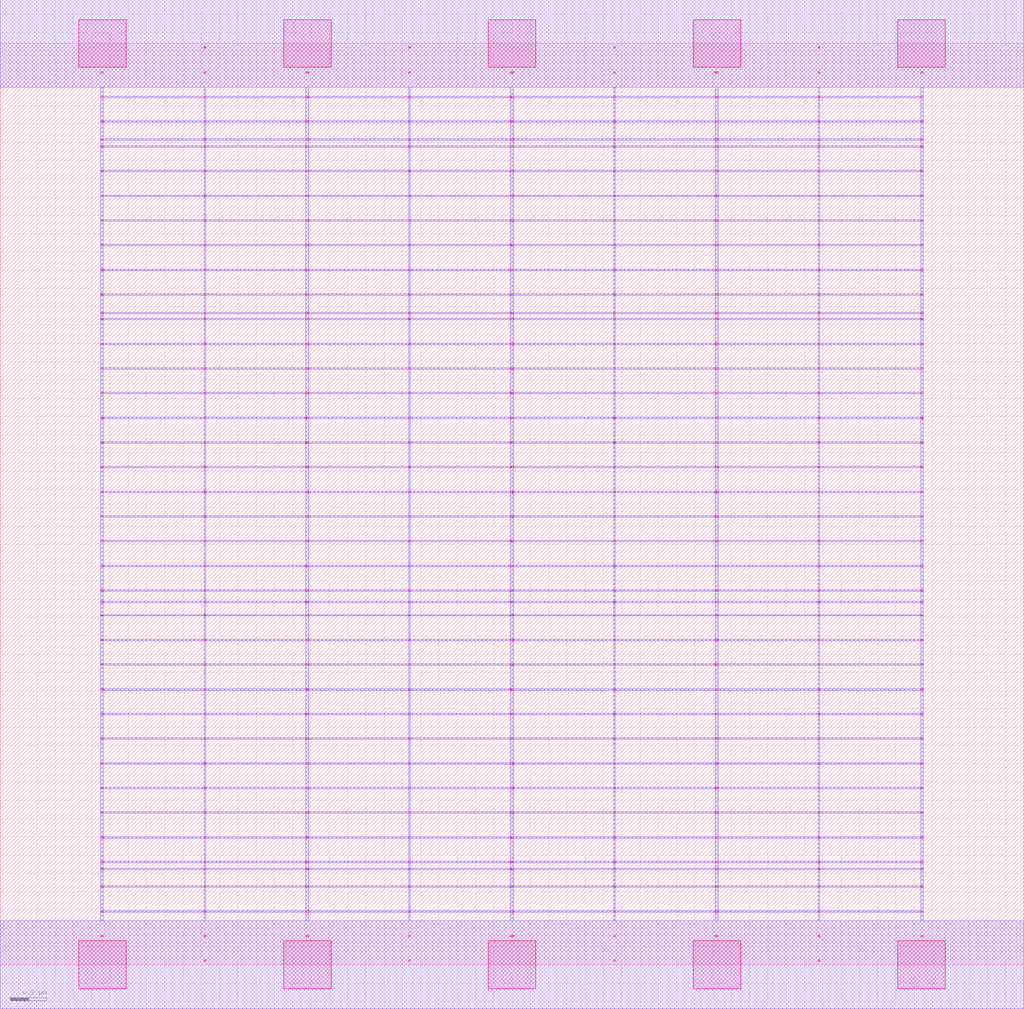
<source format=lef>
MACRO NOR4_DEBUG
 CLASS CORE ;
 FOREIGN NOR4_DEBUG 0 0 ;
 SIZE 5.6000000000000005 BY 5.04 ;
 ORIGIN 0 0 ;
 SYMMETRY X Y R90 ;
 SITE unit ;

 OBS
    LAYER polycont ;
     RECT 0.55100000 2.58300000 0.56400000 2.59100000 ;
     RECT 1.11600000 2.58300000 1.12400000 2.59100000 ;
     RECT 1.67100000 2.58300000 1.68900000 2.59100000 ;
     RECT 2.23600000 2.58300000 2.24400000 2.59100000 ;
     RECT 2.79100000 2.58300000 2.80900000 2.59100000 ;
     RECT 3.35600000 2.58300000 3.36400000 2.59100000 ;
     RECT 3.91100000 2.58300000 3.92900000 2.59100000 ;
     RECT 4.47600000 2.58300000 4.48400000 2.59100000 ;
     RECT 5.03600000 2.58300000 5.04900000 2.59100000 ;
     RECT 0.55100000 2.71800000 0.56400000 2.72600000 ;
     RECT 1.11600000 2.71800000 1.12400000 2.72600000 ;
     RECT 1.67100000 2.71800000 1.68900000 2.72600000 ;
     RECT 2.23600000 2.71800000 2.24400000 2.72600000 ;
     RECT 2.79100000 2.71800000 2.80900000 2.72600000 ;
     RECT 3.35600000 2.71800000 3.36400000 2.72600000 ;
     RECT 3.91100000 2.71800000 3.92900000 2.72600000 ;
     RECT 4.47600000 2.71800000 4.48400000 2.72600000 ;
     RECT 5.03600000 2.71800000 5.04900000 2.72600000 ;
     RECT 0.55100000 2.85300000 0.56400000 2.86100000 ;
     RECT 1.11600000 2.85300000 1.12400000 2.86100000 ;
     RECT 1.67100000 2.85300000 1.68900000 2.86100000 ;
     RECT 2.23600000 2.85300000 2.24400000 2.86100000 ;
     RECT 2.79100000 2.85300000 2.80900000 2.86100000 ;
     RECT 3.35600000 2.85300000 3.36400000 2.86100000 ;
     RECT 3.91100000 2.85300000 3.92900000 2.86100000 ;
     RECT 4.47600000 2.85300000 4.48400000 2.86100000 ;
     RECT 5.03600000 2.85300000 5.04900000 2.86100000 ;
     RECT 0.55100000 2.98800000 0.56400000 2.99600000 ;
     RECT 1.11600000 2.98800000 1.12400000 2.99600000 ;
     RECT 1.67100000 2.98800000 1.68900000 2.99600000 ;
     RECT 2.23600000 2.98800000 2.24400000 2.99600000 ;
     RECT 2.79100000 2.98800000 2.80900000 2.99600000 ;
     RECT 3.35600000 2.98800000 3.36400000 2.99600000 ;
     RECT 3.91100000 2.98800000 3.92900000 2.99600000 ;
     RECT 4.47600000 2.98800000 4.48400000 2.99600000 ;
     RECT 5.03600000 2.98800000 5.04900000 2.99600000 ;

    LAYER pdiffc ;
     RECT 0.55100000 3.39300000 0.55900000 3.40100000 ;
     RECT 5.04100000 3.39300000 5.04900000 3.40100000 ;
     RECT 0.55100000 3.52800000 0.55900000 3.53600000 ;
     RECT 5.04100000 3.52800000 5.04900000 3.53600000 ;
     RECT 0.55100000 3.56100000 0.55900000 3.56900000 ;
     RECT 5.04100000 3.56100000 5.04900000 3.56900000 ;
     RECT 0.55100000 3.66300000 0.55900000 3.67100000 ;
     RECT 5.04100000 3.66300000 5.04900000 3.67100000 ;
     RECT 0.55100000 3.79800000 0.55900000 3.80600000 ;
     RECT 5.04100000 3.79800000 5.04900000 3.80600000 ;
     RECT 0.55100000 3.93300000 0.55900000 3.94100000 ;
     RECT 5.04100000 3.93300000 5.04900000 3.94100000 ;
     RECT 0.55100000 4.06800000 0.55900000 4.07600000 ;
     RECT 5.04100000 4.06800000 5.04900000 4.07600000 ;
     RECT 0.55100000 4.20300000 0.55900000 4.21100000 ;
     RECT 5.04100000 4.20300000 5.04900000 4.21100000 ;
     RECT 0.55100000 4.33800000 0.55900000 4.34600000 ;
     RECT 5.04100000 4.33800000 5.04900000 4.34600000 ;
     RECT 0.55100000 4.47300000 0.55900000 4.48100000 ;
     RECT 5.04100000 4.47300000 5.04900000 4.48100000 ;
     RECT 0.55100000 4.51100000 0.55900000 4.51900000 ;
     RECT 5.04100000 4.51100000 5.04900000 4.51900000 ;
     RECT 0.55100000 4.60800000 0.55900000 4.61600000 ;
     RECT 5.04100000 4.60800000 5.04900000 4.61600000 ;

    LAYER ndiffc ;
     RECT 0.55100000 0.42300000 0.56400000 0.43100000 ;
     RECT 1.67100000 0.42300000 1.68900000 0.43100000 ;
     RECT 2.79100000 0.42300000 2.80900000 0.43100000 ;
     RECT 3.91100000 0.42300000 3.92900000 0.43100000 ;
     RECT 5.03600000 0.42300000 5.04900000 0.43100000 ;
     RECT 0.55100000 0.52100000 0.56400000 0.52900000 ;
     RECT 1.67100000 0.52100000 1.68900000 0.52900000 ;
     RECT 2.79100000 0.52100000 2.80900000 0.52900000 ;
     RECT 3.91100000 0.52100000 3.92900000 0.52900000 ;
     RECT 5.03600000 0.52100000 5.04900000 0.52900000 ;
     RECT 0.55100000 0.55800000 0.56400000 0.56600000 ;
     RECT 1.67100000 0.55800000 1.68900000 0.56600000 ;
     RECT 2.79100000 0.55800000 2.80900000 0.56600000 ;
     RECT 3.91100000 0.55800000 3.92900000 0.56600000 ;
     RECT 5.03600000 0.55800000 5.04900000 0.56600000 ;
     RECT 0.55100000 0.69300000 0.56400000 0.70100000 ;
     RECT 1.67100000 0.69300000 1.68900000 0.70100000 ;
     RECT 2.79100000 0.69300000 2.80900000 0.70100000 ;
     RECT 3.91100000 0.69300000 3.92900000 0.70100000 ;
     RECT 5.03600000 0.69300000 5.04900000 0.70100000 ;
     RECT 0.55100000 0.82800000 0.56400000 0.83600000 ;
     RECT 1.67100000 0.82800000 1.68900000 0.83600000 ;
     RECT 2.79100000 0.82800000 2.80900000 0.83600000 ;
     RECT 3.91100000 0.82800000 3.92900000 0.83600000 ;
     RECT 5.03600000 0.82800000 5.04900000 0.83600000 ;
     RECT 0.55100000 0.96300000 0.56400000 0.97100000 ;
     RECT 1.67100000 0.96300000 1.68900000 0.97100000 ;
     RECT 2.79100000 0.96300000 2.80900000 0.97100000 ;
     RECT 3.91100000 0.96300000 3.92900000 0.97100000 ;
     RECT 5.03600000 0.96300000 5.04900000 0.97100000 ;
     RECT 0.55100000 1.09800000 0.56400000 1.10600000 ;
     RECT 1.67100000 1.09800000 1.68900000 1.10600000 ;
     RECT 2.79100000 1.09800000 2.80900000 1.10600000 ;
     RECT 3.91100000 1.09800000 3.92900000 1.10600000 ;
     RECT 5.03600000 1.09800000 5.04900000 1.10600000 ;
     RECT 0.55100000 1.23300000 0.56400000 1.24100000 ;
     RECT 1.67100000 1.23300000 1.68900000 1.24100000 ;
     RECT 2.79100000 1.23300000 2.80900000 1.24100000 ;
     RECT 3.91100000 1.23300000 3.92900000 1.24100000 ;
     RECT 5.03600000 1.23300000 5.04900000 1.24100000 ;
     RECT 0.55100000 1.36800000 0.56400000 1.37600000 ;
     RECT 1.67100000 1.36800000 1.68900000 1.37600000 ;
     RECT 2.79100000 1.36800000 2.80900000 1.37600000 ;
     RECT 3.91100000 1.36800000 3.92900000 1.37600000 ;
     RECT 5.03600000 1.36800000 5.04900000 1.37600000 ;
     RECT 0.55100000 1.50300000 0.56400000 1.51100000 ;
     RECT 1.67100000 1.50300000 1.68900000 1.51100000 ;
     RECT 2.79100000 1.50300000 2.80900000 1.51100000 ;
     RECT 3.91100000 1.50300000 3.92900000 1.51100000 ;
     RECT 5.03600000 1.50300000 5.04900000 1.51100000 ;
     RECT 0.55100000 1.63800000 0.56400000 1.64600000 ;
     RECT 1.67100000 1.63800000 1.68900000 1.64600000 ;
     RECT 2.79100000 1.63800000 2.80900000 1.64600000 ;
     RECT 3.91100000 1.63800000 3.92900000 1.64600000 ;
     RECT 5.03600000 1.63800000 5.04900000 1.64600000 ;
     RECT 0.55100000 1.77300000 0.56400000 1.78100000 ;
     RECT 1.67100000 1.77300000 1.68900000 1.78100000 ;
     RECT 2.79100000 1.77300000 2.80900000 1.78100000 ;
     RECT 3.91100000 1.77300000 3.92900000 1.78100000 ;
     RECT 5.03600000 1.77300000 5.04900000 1.78100000 ;
     RECT 0.55100000 1.90800000 0.56400000 1.91600000 ;
     RECT 1.67100000 1.90800000 1.68900000 1.91600000 ;
     RECT 2.79100000 1.90800000 2.80900000 1.91600000 ;
     RECT 3.91100000 1.90800000 3.92900000 1.91600000 ;
     RECT 5.03600000 1.90800000 5.04900000 1.91600000 ;
     RECT 0.55100000 1.98100000 0.56400000 1.98900000 ;
     RECT 1.67100000 1.98100000 1.68900000 1.98900000 ;
     RECT 2.79100000 1.98100000 2.80900000 1.98900000 ;
     RECT 3.91100000 1.98100000 3.92900000 1.98900000 ;
     RECT 5.03600000 1.98100000 5.04900000 1.98900000 ;
     RECT 0.55100000 2.04300000 0.56400000 2.05100000 ;
     RECT 1.67100000 2.04300000 1.68900000 2.05100000 ;
     RECT 2.79100000 2.04300000 2.80900000 2.05100000 ;
     RECT 3.91100000 2.04300000 3.92900000 2.05100000 ;
     RECT 5.03600000 2.04300000 5.04900000 2.05100000 ;

    LAYER met1 ;
     RECT 0.00000000 -0.24000000 5.60000000 0.24000000 ;
     RECT 2.79100000 0.24000000 2.80900000 0.28800000 ;
     RECT 0.55100000 0.28800000 5.04900000 0.29600000 ;
     RECT 2.79100000 0.29600000 2.80900000 0.42300000 ;
     RECT 0.55100000 0.42300000 5.04900000 0.43100000 ;
     RECT 2.79100000 0.43100000 2.80900000 0.52100000 ;
     RECT 0.55100000 0.52100000 5.04900000 0.52900000 ;
     RECT 2.79100000 0.52900000 2.80900000 0.55800000 ;
     RECT 0.55100000 0.55800000 5.04900000 0.56600000 ;
     RECT 2.79100000 0.56600000 2.80900000 0.69300000 ;
     RECT 0.55100000 0.69300000 5.04900000 0.70100000 ;
     RECT 2.79100000 0.70100000 2.80900000 0.82800000 ;
     RECT 0.55100000 0.82800000 5.04900000 0.83600000 ;
     RECT 2.79100000 0.83600000 2.80900000 0.96300000 ;
     RECT 0.55100000 0.96300000 5.04900000 0.97100000 ;
     RECT 2.79100000 0.97100000 2.80900000 1.09800000 ;
     RECT 0.55100000 1.09800000 5.04900000 1.10600000 ;
     RECT 2.79100000 1.10600000 2.80900000 1.23300000 ;
     RECT 0.55100000 1.23300000 5.04900000 1.24100000 ;
     RECT 2.79100000 1.24100000 2.80900000 1.36800000 ;
     RECT 0.55100000 1.36800000 5.04900000 1.37600000 ;
     RECT 2.79100000 1.37600000 2.80900000 1.50300000 ;
     RECT 0.55100000 1.50300000 5.04900000 1.51100000 ;
     RECT 2.79100000 1.51100000 2.80900000 1.63800000 ;
     RECT 0.55100000 1.63800000 5.04900000 1.64600000 ;
     RECT 2.79100000 1.64600000 2.80900000 1.77300000 ;
     RECT 0.55100000 1.77300000 5.04900000 1.78100000 ;
     RECT 2.79100000 1.78100000 2.80900000 1.90800000 ;
     RECT 0.55100000 1.90800000 5.04900000 1.91600000 ;
     RECT 2.79100000 1.91600000 2.80900000 1.98100000 ;
     RECT 0.55100000 1.98100000 5.04900000 1.98900000 ;
     RECT 2.79100000 1.98900000 2.80900000 2.04300000 ;
     RECT 0.55100000 2.04300000 5.04900000 2.05100000 ;
     RECT 2.79100000 2.05100000 2.80900000 2.17800000 ;
     RECT 0.55100000 2.17800000 5.04900000 2.18600000 ;
     RECT 2.79100000 2.18600000 2.80900000 2.31300000 ;
     RECT 0.55100000 2.31300000 5.04900000 2.32100000 ;
     RECT 2.79100000 2.32100000 2.80900000 2.44800000 ;
     RECT 0.55100000 2.44800000 5.04900000 2.45600000 ;
     RECT 0.55100000 2.45600000 0.56400000 2.58300000 ;
     RECT 1.11600000 2.45600000 1.12400000 2.58300000 ;
     RECT 1.67100000 2.45600000 1.68900000 2.58300000 ;
     RECT 2.23600000 2.45600000 2.24400000 2.58300000 ;
     RECT 2.79100000 2.45600000 2.80900000 2.58300000 ;
     RECT 3.35600000 2.45600000 3.36400000 2.58300000 ;
     RECT 3.91100000 2.45600000 3.92900000 2.58300000 ;
     RECT 4.47600000 2.45600000 4.48400000 2.58300000 ;
     RECT 5.03600000 2.45600000 5.04900000 2.58300000 ;
     RECT 0.55100000 2.58300000 5.04900000 2.59100000 ;
     RECT 2.79100000 2.59100000 2.80900000 2.71800000 ;
     RECT 0.55100000 2.71800000 5.04900000 2.72600000 ;
     RECT 2.79100000 2.72600000 2.80900000 2.85300000 ;
     RECT 0.55100000 2.85300000 5.04900000 2.86100000 ;
     RECT 2.79100000 2.86100000 2.80900000 2.98800000 ;
     RECT 0.55100000 2.98800000 5.04900000 2.99600000 ;
     RECT 2.79100000 2.99600000 2.80900000 3.12300000 ;
     RECT 0.55100000 3.12300000 5.04900000 3.13100000 ;
     RECT 2.79100000 3.13100000 2.80900000 3.25800000 ;
     RECT 0.55100000 3.25800000 5.04900000 3.26600000 ;
     RECT 2.79100000 3.26600000 2.80900000 3.39300000 ;
     RECT 0.55100000 3.39300000 5.04900000 3.40100000 ;
     RECT 2.79100000 3.40100000 2.80900000 3.52800000 ;
     RECT 0.55100000 3.52800000 5.04900000 3.53600000 ;
     RECT 2.79100000 3.53600000 2.80900000 3.56100000 ;
     RECT 0.55100000 3.56100000 5.04900000 3.56900000 ;
     RECT 2.79100000 3.56900000 2.80900000 3.66300000 ;
     RECT 0.55100000 3.66300000 5.04900000 3.67100000 ;
     RECT 2.79100000 3.67100000 2.80900000 3.79800000 ;
     RECT 0.55100000 3.79800000 5.04900000 3.80600000 ;
     RECT 2.79100000 3.80600000 2.80900000 3.93300000 ;
     RECT 0.55100000 3.93300000 5.04900000 3.94100000 ;
     RECT 2.79100000 3.94100000 2.80900000 4.06800000 ;
     RECT 0.55100000 4.06800000 5.04900000 4.07600000 ;
     RECT 2.79100000 4.07600000 2.80900000 4.20300000 ;
     RECT 0.55100000 4.20300000 5.04900000 4.21100000 ;
     RECT 2.79100000 4.21100000 2.80900000 4.33800000 ;
     RECT 0.55100000 4.33800000 5.04900000 4.34600000 ;
     RECT 2.79100000 4.34600000 2.80900000 4.47300000 ;
     RECT 0.55100000 4.47300000 5.04900000 4.48100000 ;
     RECT 2.79100000 4.48100000 2.80900000 4.51100000 ;
     RECT 0.55100000 4.51100000 5.04900000 4.51900000 ;
     RECT 2.79100000 4.51900000 2.80900000 4.60800000 ;
     RECT 0.55100000 4.60800000 5.04900000 4.61600000 ;
     RECT 2.79100000 4.61600000 2.80900000 4.74300000 ;
     RECT 0.55100000 4.74300000 5.04900000 4.75100000 ;
     RECT 2.79100000 4.75100000 2.80900000 4.80000000 ;
     RECT 0.00000000 4.80000000 5.60000000 5.28000000 ;
     RECT 3.91100000 3.40100000 3.92900000 3.52800000 ;
     RECT 4.47600000 3.40100000 4.48400000 3.52800000 ;
     RECT 5.03600000 3.40100000 5.04900000 3.52800000 ;
     RECT 3.35600000 2.86100000 3.36400000 2.98800000 ;
     RECT 3.91100000 2.86100000 3.92900000 2.98800000 ;
     RECT 3.35600000 3.53600000 3.36400000 3.56100000 ;
     RECT 3.91100000 3.53600000 3.92900000 3.56100000 ;
     RECT 4.47600000 3.53600000 4.48400000 3.56100000 ;
     RECT 5.03600000 3.53600000 5.04900000 3.56100000 ;
     RECT 4.47600000 2.86100000 4.48400000 2.98800000 ;
     RECT 5.03600000 2.86100000 5.04900000 2.98800000 ;
     RECT 3.35600000 3.56900000 3.36400000 3.66300000 ;
     RECT 3.91100000 3.56900000 3.92900000 3.66300000 ;
     RECT 4.47600000 3.56900000 4.48400000 3.66300000 ;
     RECT 5.03600000 3.56900000 5.04900000 3.66300000 ;
     RECT 3.35600000 2.59100000 3.36400000 2.71800000 ;
     RECT 3.91100000 2.59100000 3.92900000 2.71800000 ;
     RECT 3.35600000 3.67100000 3.36400000 3.79800000 ;
     RECT 3.91100000 3.67100000 3.92900000 3.79800000 ;
     RECT 4.47600000 3.67100000 4.48400000 3.79800000 ;
     RECT 5.03600000 3.67100000 5.04900000 3.79800000 ;
     RECT 3.35600000 2.99600000 3.36400000 3.12300000 ;
     RECT 3.91100000 2.99600000 3.92900000 3.12300000 ;
     RECT 3.35600000 3.80600000 3.36400000 3.93300000 ;
     RECT 3.91100000 3.80600000 3.92900000 3.93300000 ;
     RECT 4.47600000 3.80600000 4.48400000 3.93300000 ;
     RECT 5.03600000 3.80600000 5.04900000 3.93300000 ;
     RECT 4.47600000 2.99600000 4.48400000 3.12300000 ;
     RECT 5.03600000 2.99600000 5.04900000 3.12300000 ;
     RECT 3.35600000 3.94100000 3.36400000 4.06800000 ;
     RECT 3.91100000 3.94100000 3.92900000 4.06800000 ;
     RECT 4.47600000 3.94100000 4.48400000 4.06800000 ;
     RECT 5.03600000 3.94100000 5.04900000 4.06800000 ;
     RECT 3.35600000 2.72600000 3.36400000 2.85300000 ;
     RECT 3.91100000 2.72600000 3.92900000 2.85300000 ;
     RECT 3.35600000 4.07600000 3.36400000 4.20300000 ;
     RECT 3.91100000 4.07600000 3.92900000 4.20300000 ;
     RECT 4.47600000 4.07600000 4.48400000 4.20300000 ;
     RECT 5.03600000 4.07600000 5.04900000 4.20300000 ;
     RECT 3.35600000 3.13100000 3.36400000 3.25800000 ;
     RECT 3.91100000 3.13100000 3.92900000 3.25800000 ;
     RECT 3.35600000 4.21100000 3.36400000 4.33800000 ;
     RECT 3.91100000 4.21100000 3.92900000 4.33800000 ;
     RECT 4.47600000 4.21100000 4.48400000 4.33800000 ;
     RECT 5.03600000 4.21100000 5.04900000 4.33800000 ;
     RECT 4.47600000 3.13100000 4.48400000 3.25800000 ;
     RECT 5.03600000 3.13100000 5.04900000 3.25800000 ;
     RECT 3.35600000 4.34600000 3.36400000 4.47300000 ;
     RECT 3.91100000 4.34600000 3.92900000 4.47300000 ;
     RECT 4.47600000 4.34600000 4.48400000 4.47300000 ;
     RECT 5.03600000 4.34600000 5.04900000 4.47300000 ;
     RECT 4.47600000 2.72600000 4.48400000 2.85300000 ;
     RECT 5.03600000 2.72600000 5.04900000 2.85300000 ;
     RECT 3.35600000 4.48100000 3.36400000 4.51100000 ;
     RECT 3.91100000 4.48100000 3.92900000 4.51100000 ;
     RECT 4.47600000 4.48100000 4.48400000 4.51100000 ;
     RECT 5.03600000 4.48100000 5.04900000 4.51100000 ;
     RECT 3.35600000 3.26600000 3.36400000 3.39300000 ;
     RECT 3.91100000 3.26600000 3.92900000 3.39300000 ;
     RECT 3.35600000 4.51900000 3.36400000 4.60800000 ;
     RECT 3.91100000 4.51900000 3.92900000 4.60800000 ;
     RECT 4.47600000 4.51900000 4.48400000 4.60800000 ;
     RECT 5.03600000 4.51900000 5.04900000 4.60800000 ;
     RECT 4.47600000 3.26600000 4.48400000 3.39300000 ;
     RECT 5.03600000 3.26600000 5.04900000 3.39300000 ;
     RECT 3.35600000 4.61600000 3.36400000 4.74300000 ;
     RECT 3.91100000 4.61600000 3.92900000 4.74300000 ;
     RECT 4.47600000 4.61600000 4.48400000 4.74300000 ;
     RECT 5.03600000 4.61600000 5.04900000 4.74300000 ;
     RECT 4.47600000 2.59100000 4.48400000 2.71800000 ;
     RECT 5.03600000 2.59100000 5.04900000 2.71800000 ;
     RECT 3.35600000 4.75100000 3.36400000 4.80000000 ;
     RECT 3.91100000 4.75100000 3.92900000 4.80000000 ;
     RECT 4.47600000 4.75100000 4.48400000 4.80000000 ;
     RECT 5.03600000 4.75100000 5.04900000 4.80000000 ;
     RECT 3.35600000 3.40100000 3.36400000 3.52800000 ;
     RECT 1.67100000 2.86100000 1.68900000 2.98800000 ;
     RECT 2.23600000 2.86100000 2.24400000 2.98800000 ;
     RECT 0.55100000 3.13100000 0.56400000 3.25800000 ;
     RECT 1.11600000 3.13100000 1.12400000 3.25800000 ;
     RECT 0.55100000 3.53600000 0.56400000 3.56100000 ;
     RECT 1.11600000 3.53600000 1.12400000 3.56100000 ;
     RECT 0.55100000 4.07600000 0.56400000 4.20300000 ;
     RECT 1.11600000 4.07600000 1.12400000 4.20300000 ;
     RECT 1.67100000 4.07600000 1.68900000 4.20300000 ;
     RECT 2.23600000 4.07600000 2.24400000 4.20300000 ;
     RECT 1.67100000 3.53600000 1.68900000 3.56100000 ;
     RECT 2.23600000 3.53600000 2.24400000 3.56100000 ;
     RECT 1.67100000 3.13100000 1.68900000 3.25800000 ;
     RECT 2.23600000 3.13100000 2.24400000 3.25800000 ;
     RECT 1.67100000 2.72600000 1.68900000 2.85300000 ;
     RECT 2.23600000 2.72600000 2.24400000 2.85300000 ;
     RECT 0.55100000 4.21100000 0.56400000 4.33800000 ;
     RECT 1.11600000 4.21100000 1.12400000 4.33800000 ;
     RECT 1.67100000 4.21100000 1.68900000 4.33800000 ;
     RECT 2.23600000 4.21100000 2.24400000 4.33800000 ;
     RECT 1.67100000 2.59100000 1.68900000 2.71800000 ;
     RECT 2.23600000 2.59100000 2.24400000 2.71800000 ;
     RECT 0.55100000 3.56900000 0.56400000 3.66300000 ;
     RECT 1.11600000 3.56900000 1.12400000 3.66300000 ;
     RECT 1.67100000 3.56900000 1.68900000 3.66300000 ;
     RECT 2.23600000 3.56900000 2.24400000 3.66300000 ;
     RECT 0.55100000 4.34600000 0.56400000 4.47300000 ;
     RECT 1.11600000 4.34600000 1.12400000 4.47300000 ;
     RECT 1.67100000 4.34600000 1.68900000 4.47300000 ;
     RECT 2.23600000 4.34600000 2.24400000 4.47300000 ;
     RECT 0.55100000 2.59100000 0.56400000 2.71800000 ;
     RECT 1.11600000 2.59100000 1.12400000 2.71800000 ;
     RECT 0.55100000 3.26600000 0.56400000 3.39300000 ;
     RECT 1.11600000 3.26600000 1.12400000 3.39300000 ;
     RECT 1.67100000 3.26600000 1.68900000 3.39300000 ;
     RECT 2.23600000 3.26600000 2.24400000 3.39300000 ;
     RECT 0.55100000 4.48100000 0.56400000 4.51100000 ;
     RECT 1.11600000 4.48100000 1.12400000 4.51100000 ;
     RECT 1.67100000 4.48100000 1.68900000 4.51100000 ;
     RECT 2.23600000 4.48100000 2.24400000 4.51100000 ;
     RECT 0.55100000 3.67100000 0.56400000 3.79800000 ;
     RECT 1.11600000 3.67100000 1.12400000 3.79800000 ;
     RECT 1.67100000 3.67100000 1.68900000 3.79800000 ;
     RECT 2.23600000 3.67100000 2.24400000 3.79800000 ;
     RECT 0.55100000 2.99600000 0.56400000 3.12300000 ;
     RECT 1.11600000 2.99600000 1.12400000 3.12300000 ;
     RECT 0.55100000 4.51900000 0.56400000 4.60800000 ;
     RECT 1.11600000 4.51900000 1.12400000 4.60800000 ;
     RECT 1.67100000 4.51900000 1.68900000 4.60800000 ;
     RECT 2.23600000 4.51900000 2.24400000 4.60800000 ;
     RECT 1.67100000 2.99600000 1.68900000 3.12300000 ;
     RECT 2.23600000 2.99600000 2.24400000 3.12300000 ;
     RECT 0.55100000 2.72600000 0.56400000 2.85300000 ;
     RECT 1.11600000 2.72600000 1.12400000 2.85300000 ;
     RECT 0.55100000 3.80600000 0.56400000 3.93300000 ;
     RECT 1.11600000 3.80600000 1.12400000 3.93300000 ;
     RECT 0.55100000 4.61600000 0.56400000 4.74300000 ;
     RECT 1.11600000 4.61600000 1.12400000 4.74300000 ;
     RECT 1.67100000 4.61600000 1.68900000 4.74300000 ;
     RECT 2.23600000 4.61600000 2.24400000 4.74300000 ;
     RECT 1.67100000 3.80600000 1.68900000 3.93300000 ;
     RECT 2.23600000 3.80600000 2.24400000 3.93300000 ;
     RECT 0.55100000 3.40100000 0.56400000 3.52800000 ;
     RECT 1.11600000 3.40100000 1.12400000 3.52800000 ;
     RECT 1.67100000 3.40100000 1.68900000 3.52800000 ;
     RECT 2.23600000 3.40100000 2.24400000 3.52800000 ;
     RECT 0.55100000 4.75100000 0.56400000 4.80000000 ;
     RECT 1.11600000 4.75100000 1.12400000 4.80000000 ;
     RECT 1.67100000 4.75100000 1.68900000 4.80000000 ;
     RECT 2.23600000 4.75100000 2.24400000 4.80000000 ;
     RECT 0.55100000 2.86100000 0.56400000 2.98800000 ;
     RECT 1.11600000 2.86100000 1.12400000 2.98800000 ;
     RECT 0.55100000 3.94100000 0.56400000 4.06800000 ;
     RECT 1.11600000 3.94100000 1.12400000 4.06800000 ;
     RECT 1.67100000 3.94100000 1.68900000 4.06800000 ;
     RECT 2.23600000 3.94100000 2.24400000 4.06800000 ;
     RECT 1.67100000 1.91600000 1.68900000 1.98100000 ;
     RECT 2.23600000 1.91600000 2.24400000 1.98100000 ;
     RECT 1.67100000 0.29600000 1.68900000 0.42300000 ;
     RECT 2.23600000 0.29600000 2.24400000 0.42300000 ;
     RECT 0.55100000 1.98900000 0.56400000 2.04300000 ;
     RECT 1.11600000 1.98900000 1.12400000 2.04300000 ;
     RECT 1.67100000 1.98900000 1.68900000 2.04300000 ;
     RECT 2.23600000 1.98900000 2.24400000 2.04300000 ;
     RECT 0.55100000 0.70100000 0.56400000 0.82800000 ;
     RECT 1.11600000 0.70100000 1.12400000 0.82800000 ;
     RECT 0.55100000 2.05100000 0.56400000 2.17800000 ;
     RECT 1.11600000 2.05100000 1.12400000 2.17800000 ;
     RECT 1.67100000 2.05100000 1.68900000 2.17800000 ;
     RECT 2.23600000 2.05100000 2.24400000 2.17800000 ;
     RECT 1.67100000 0.70100000 1.68900000 0.82800000 ;
     RECT 2.23600000 0.70100000 2.24400000 0.82800000 ;
     RECT 0.55100000 2.18600000 0.56400000 2.31300000 ;
     RECT 1.11600000 2.18600000 1.12400000 2.31300000 ;
     RECT 1.67100000 2.18600000 1.68900000 2.31300000 ;
     RECT 2.23600000 2.18600000 2.24400000 2.31300000 ;
     RECT 1.67100000 0.24000000 1.68900000 0.28800000 ;
     RECT 2.23600000 0.24000000 2.24400000 0.28800000 ;
     RECT 0.55100000 2.32100000 0.56400000 2.44800000 ;
     RECT 1.11600000 2.32100000 1.12400000 2.44800000 ;
     RECT 1.67100000 2.32100000 1.68900000 2.44800000 ;
     RECT 2.23600000 2.32100000 2.24400000 2.44800000 ;
     RECT 0.55100000 0.83600000 0.56400000 0.96300000 ;
     RECT 1.11600000 0.83600000 1.12400000 0.96300000 ;
     RECT 1.67100000 0.83600000 1.68900000 0.96300000 ;
     RECT 2.23600000 0.83600000 2.24400000 0.96300000 ;
     RECT 0.55100000 0.43100000 0.56400000 0.52100000 ;
     RECT 1.11600000 0.43100000 1.12400000 0.52100000 ;
     RECT 0.55100000 0.97100000 0.56400000 1.09800000 ;
     RECT 1.11600000 0.97100000 1.12400000 1.09800000 ;
     RECT 1.67100000 0.97100000 1.68900000 1.09800000 ;
     RECT 2.23600000 0.97100000 2.24400000 1.09800000 ;
     RECT 1.67100000 0.43100000 1.68900000 0.52100000 ;
     RECT 2.23600000 0.43100000 2.24400000 0.52100000 ;
     RECT 0.55100000 1.10600000 0.56400000 1.23300000 ;
     RECT 1.11600000 1.10600000 1.12400000 1.23300000 ;
     RECT 1.67100000 1.10600000 1.68900000 1.23300000 ;
     RECT 2.23600000 1.10600000 2.24400000 1.23300000 ;
     RECT 0.55100000 0.24000000 0.56400000 0.28800000 ;
     RECT 1.11600000 0.24000000 1.12400000 0.28800000 ;
     RECT 0.55100000 1.24100000 0.56400000 1.36800000 ;
     RECT 1.11600000 1.24100000 1.12400000 1.36800000 ;
     RECT 1.67100000 1.24100000 1.68900000 1.36800000 ;
     RECT 2.23600000 1.24100000 2.24400000 1.36800000 ;
     RECT 0.55100000 0.52900000 0.56400000 0.55800000 ;
     RECT 1.11600000 0.52900000 1.12400000 0.55800000 ;
     RECT 0.55100000 1.37600000 0.56400000 1.50300000 ;
     RECT 1.11600000 1.37600000 1.12400000 1.50300000 ;
     RECT 1.67100000 1.37600000 1.68900000 1.50300000 ;
     RECT 2.23600000 1.37600000 2.24400000 1.50300000 ;
     RECT 1.67100000 0.52900000 1.68900000 0.55800000 ;
     RECT 2.23600000 0.52900000 2.24400000 0.55800000 ;
     RECT 0.55100000 1.51100000 0.56400000 1.63800000 ;
     RECT 1.11600000 1.51100000 1.12400000 1.63800000 ;
     RECT 1.67100000 1.51100000 1.68900000 1.63800000 ;
     RECT 2.23600000 1.51100000 2.24400000 1.63800000 ;
     RECT 0.55100000 0.29600000 0.56400000 0.42300000 ;
     RECT 1.11600000 0.29600000 1.12400000 0.42300000 ;
     RECT 0.55100000 1.64600000 0.56400000 1.77300000 ;
     RECT 1.11600000 1.64600000 1.12400000 1.77300000 ;
     RECT 1.67100000 1.64600000 1.68900000 1.77300000 ;
     RECT 2.23600000 1.64600000 2.24400000 1.77300000 ;
     RECT 0.55100000 0.56600000 0.56400000 0.69300000 ;
     RECT 1.11600000 0.56600000 1.12400000 0.69300000 ;
     RECT 0.55100000 1.78100000 0.56400000 1.90800000 ;
     RECT 1.11600000 1.78100000 1.12400000 1.90800000 ;
     RECT 1.67100000 1.78100000 1.68900000 1.90800000 ;
     RECT 2.23600000 1.78100000 2.24400000 1.90800000 ;
     RECT 1.67100000 0.56600000 1.68900000 0.69300000 ;
     RECT 2.23600000 0.56600000 2.24400000 0.69300000 ;
     RECT 0.55100000 1.91600000 0.56400000 1.98100000 ;
     RECT 1.11600000 1.91600000 1.12400000 1.98100000 ;
     RECT 5.03600000 1.24100000 5.04900000 1.36800000 ;
     RECT 3.35600000 0.52900000 3.36400000 0.55800000 ;
     RECT 3.91100000 0.52900000 3.92900000 0.55800000 ;
     RECT 3.35600000 2.05100000 3.36400000 2.17800000 ;
     RECT 3.91100000 2.05100000 3.92900000 2.17800000 ;
     RECT 4.47600000 2.05100000 4.48400000 2.17800000 ;
     RECT 5.03600000 2.05100000 5.04900000 2.17800000 ;
     RECT 4.47600000 0.52900000 4.48400000 0.55800000 ;
     RECT 5.03600000 0.52900000 5.04900000 0.55800000 ;
     RECT 3.35600000 0.29600000 3.36400000 0.42300000 ;
     RECT 3.91100000 0.29600000 3.92900000 0.42300000 ;
     RECT 3.35600000 1.37600000 3.36400000 1.50300000 ;
     RECT 3.91100000 1.37600000 3.92900000 1.50300000 ;
     RECT 3.35600000 2.18600000 3.36400000 2.31300000 ;
     RECT 3.91100000 2.18600000 3.92900000 2.31300000 ;
     RECT 4.47600000 2.18600000 4.48400000 2.31300000 ;
     RECT 5.03600000 2.18600000 5.04900000 2.31300000 ;
     RECT 4.47600000 1.37600000 4.48400000 1.50300000 ;
     RECT 5.03600000 1.37600000 5.04900000 1.50300000 ;
     RECT 3.35600000 0.83600000 3.36400000 0.96300000 ;
     RECT 3.91100000 0.83600000 3.92900000 0.96300000 ;
     RECT 4.47600000 0.83600000 4.48400000 0.96300000 ;
     RECT 5.03600000 0.83600000 5.04900000 0.96300000 ;
     RECT 3.35600000 2.32100000 3.36400000 2.44800000 ;
     RECT 3.91100000 2.32100000 3.92900000 2.44800000 ;
     RECT 4.47600000 2.32100000 4.48400000 2.44800000 ;
     RECT 5.03600000 2.32100000 5.04900000 2.44800000 ;
     RECT 3.35600000 0.43100000 3.36400000 0.52100000 ;
     RECT 3.91100000 0.43100000 3.92900000 0.52100000 ;
     RECT 3.35600000 1.51100000 3.36400000 1.63800000 ;
     RECT 3.91100000 1.51100000 3.92900000 1.63800000 ;
     RECT 4.47600000 1.51100000 4.48400000 1.63800000 ;
     RECT 5.03600000 1.51100000 5.04900000 1.63800000 ;
     RECT 4.47600000 0.43100000 4.48400000 0.52100000 ;
     RECT 5.03600000 0.43100000 5.04900000 0.52100000 ;
     RECT 3.35600000 0.56600000 3.36400000 0.69300000 ;
     RECT 3.91100000 0.56600000 3.92900000 0.69300000 ;
     RECT 3.35600000 0.97100000 3.36400000 1.09800000 ;
     RECT 3.91100000 0.97100000 3.92900000 1.09800000 ;
     RECT 3.35600000 1.64600000 3.36400000 1.77300000 ;
     RECT 3.91100000 1.64600000 3.92900000 1.77300000 ;
     RECT 4.47600000 1.64600000 4.48400000 1.77300000 ;
     RECT 5.03600000 1.64600000 5.04900000 1.77300000 ;
     RECT 4.47600000 0.97100000 4.48400000 1.09800000 ;
     RECT 5.03600000 0.97100000 5.04900000 1.09800000 ;
     RECT 4.47600000 0.56600000 4.48400000 0.69300000 ;
     RECT 5.03600000 0.56600000 5.04900000 0.69300000 ;
     RECT 4.47600000 0.29600000 4.48400000 0.42300000 ;
     RECT 5.03600000 0.29600000 5.04900000 0.42300000 ;
     RECT 3.35600000 1.78100000 3.36400000 1.90800000 ;
     RECT 3.91100000 1.78100000 3.92900000 1.90800000 ;
     RECT 4.47600000 1.78100000 4.48400000 1.90800000 ;
     RECT 5.03600000 1.78100000 5.04900000 1.90800000 ;
     RECT 4.47600000 0.24000000 4.48400000 0.28800000 ;
     RECT 5.03600000 0.24000000 5.04900000 0.28800000 ;
     RECT 3.35600000 1.10600000 3.36400000 1.23300000 ;
     RECT 3.91100000 1.10600000 3.92900000 1.23300000 ;
     RECT 4.47600000 1.10600000 4.48400000 1.23300000 ;
     RECT 5.03600000 1.10600000 5.04900000 1.23300000 ;
     RECT 3.35600000 1.91600000 3.36400000 1.98100000 ;
     RECT 3.91100000 1.91600000 3.92900000 1.98100000 ;
     RECT 4.47600000 1.91600000 4.48400000 1.98100000 ;
     RECT 5.03600000 1.91600000 5.04900000 1.98100000 ;
     RECT 3.35600000 0.24000000 3.36400000 0.28800000 ;
     RECT 3.91100000 0.24000000 3.92900000 0.28800000 ;
     RECT 3.35600000 0.70100000 3.36400000 0.82800000 ;
     RECT 3.91100000 0.70100000 3.92900000 0.82800000 ;
     RECT 4.47600000 0.70100000 4.48400000 0.82800000 ;
     RECT 5.03600000 0.70100000 5.04900000 0.82800000 ;
     RECT 3.35600000 1.98900000 3.36400000 2.04300000 ;
     RECT 3.91100000 1.98900000 3.92900000 2.04300000 ;
     RECT 4.47600000 1.98900000 4.48400000 2.04300000 ;
     RECT 5.03600000 1.98900000 5.04900000 2.04300000 ;
     RECT 3.35600000 1.24100000 3.36400000 1.36800000 ;
     RECT 3.91100000 1.24100000 3.92900000 1.36800000 ;
     RECT 4.47600000 1.24100000 4.48400000 1.36800000 ;

    LAYER via1 ;
     RECT 2.67000000 -0.13000000 2.93000000 0.13000000 ;
     RECT 2.79100000 0.15300000 2.80900000 0.16100000 ;
     RECT 2.79100000 0.28800000 2.80900000 0.29600000 ;
     RECT 2.79100000 0.42300000 2.80900000 0.43100000 ;
     RECT 2.79100000 0.52100000 2.80900000 0.52900000 ;
     RECT 2.79100000 0.55800000 2.80900000 0.56600000 ;
     RECT 2.79100000 0.69300000 2.80900000 0.70100000 ;
     RECT 2.79100000 0.82800000 2.80900000 0.83600000 ;
     RECT 2.79100000 0.96300000 2.80900000 0.97100000 ;
     RECT 2.79100000 1.09800000 2.80900000 1.10600000 ;
     RECT 2.79100000 1.23300000 2.80900000 1.24100000 ;
     RECT 2.79100000 1.36800000 2.80900000 1.37600000 ;
     RECT 2.79100000 1.50300000 2.80900000 1.51100000 ;
     RECT 2.79100000 1.63800000 2.80900000 1.64600000 ;
     RECT 2.79100000 1.77300000 2.80900000 1.78100000 ;
     RECT 2.79100000 1.90800000 2.80900000 1.91600000 ;
     RECT 2.79100000 1.98100000 2.80900000 1.98900000 ;
     RECT 2.79100000 2.04300000 2.80900000 2.05100000 ;
     RECT 2.79100000 2.17800000 2.80900000 2.18600000 ;
     RECT 2.79100000 2.31300000 2.80900000 2.32100000 ;
     RECT 2.79100000 2.44800000 2.80900000 2.45600000 ;
     RECT 2.79100000 2.58300000 2.80900000 2.59100000 ;
     RECT 2.79100000 2.71800000 2.80900000 2.72600000 ;
     RECT 2.79100000 2.85300000 2.80900000 2.86100000 ;
     RECT 2.79100000 2.98800000 2.80900000 2.99600000 ;
     RECT 2.79100000 3.12300000 2.80900000 3.13100000 ;
     RECT 2.79100000 3.25800000 2.80900000 3.26600000 ;
     RECT 2.79100000 3.39300000 2.80900000 3.40100000 ;
     RECT 2.79100000 3.52800000 2.80900000 3.53600000 ;
     RECT 2.79100000 3.56100000 2.80900000 3.56900000 ;
     RECT 2.79100000 3.66300000 2.80900000 3.67100000 ;
     RECT 2.79100000 3.79800000 2.80900000 3.80600000 ;
     RECT 2.79100000 3.93300000 2.80900000 3.94100000 ;
     RECT 2.79100000 4.06800000 2.80900000 4.07600000 ;
     RECT 2.79100000 4.20300000 2.80900000 4.21100000 ;
     RECT 2.79100000 4.33800000 2.80900000 4.34600000 ;
     RECT 2.79100000 4.47300000 2.80900000 4.48100000 ;
     RECT 2.79100000 4.51100000 2.80900000 4.51900000 ;
     RECT 2.79100000 4.60800000 2.80900000 4.61600000 ;
     RECT 2.79100000 4.74300000 2.80900000 4.75100000 ;
     RECT 2.79100000 4.87800000 2.80900000 4.88600000 ;
     RECT 2.67000000 4.91000000 2.93000000 5.17000000 ;
     RECT 3.35600000 3.12300000 3.36400000 3.13100000 ;
     RECT 3.91100000 3.12300000 3.92900000 3.13100000 ;
     RECT 4.47600000 3.12300000 4.48400000 3.13100000 ;
     RECT 5.03600000 3.12300000 5.04900000 3.13100000 ;
     RECT 3.35600000 2.58300000 3.36400000 2.59100000 ;
     RECT 3.35600000 3.25800000 3.36400000 3.26600000 ;
     RECT 3.91100000 3.25800000 3.92900000 3.26600000 ;
     RECT 4.47600000 3.25800000 4.48400000 3.26600000 ;
     RECT 5.03600000 3.25800000 5.04900000 3.26600000 ;
     RECT 3.35600000 2.71800000 3.36400000 2.72600000 ;
     RECT 3.35600000 3.39300000 3.36400000 3.40100000 ;
     RECT 3.91100000 3.39300000 3.92900000 3.40100000 ;
     RECT 4.47600000 3.39300000 4.48400000 3.40100000 ;
     RECT 5.03600000 3.39300000 5.04900000 3.40100000 ;
     RECT 3.91100000 2.71800000 3.92900000 2.72600000 ;
     RECT 3.35600000 3.52800000 3.36400000 3.53600000 ;
     RECT 3.91100000 3.52800000 3.92900000 3.53600000 ;
     RECT 4.47600000 3.52800000 4.48400000 3.53600000 ;
     RECT 5.03600000 3.52800000 5.04900000 3.53600000 ;
     RECT 4.47600000 2.71800000 4.48400000 2.72600000 ;
     RECT 3.35600000 3.56100000 3.36400000 3.56900000 ;
     RECT 3.91100000 3.56100000 3.92900000 3.56900000 ;
     RECT 4.47600000 3.56100000 4.48400000 3.56900000 ;
     RECT 5.03600000 3.56100000 5.04900000 3.56900000 ;
     RECT 5.03600000 2.71800000 5.04900000 2.72600000 ;
     RECT 3.35600000 3.66300000 3.36400000 3.67100000 ;
     RECT 3.91100000 3.66300000 3.92900000 3.67100000 ;
     RECT 4.47600000 3.66300000 4.48400000 3.67100000 ;
     RECT 5.03600000 3.66300000 5.04900000 3.67100000 ;
     RECT 3.91100000 2.58300000 3.92900000 2.59100000 ;
     RECT 3.35600000 3.79800000 3.36400000 3.80600000 ;
     RECT 3.91100000 3.79800000 3.92900000 3.80600000 ;
     RECT 4.47600000 3.79800000 4.48400000 3.80600000 ;
     RECT 5.03600000 3.79800000 5.04900000 3.80600000 ;
     RECT 3.35600000 2.85300000 3.36400000 2.86100000 ;
     RECT 3.35600000 3.93300000 3.36400000 3.94100000 ;
     RECT 3.91100000 3.93300000 3.92900000 3.94100000 ;
     RECT 4.47600000 3.93300000 4.48400000 3.94100000 ;
     RECT 5.03600000 3.93300000 5.04900000 3.94100000 ;
     RECT 3.91100000 2.85300000 3.92900000 2.86100000 ;
     RECT 3.35600000 4.06800000 3.36400000 4.07600000 ;
     RECT 3.91100000 4.06800000 3.92900000 4.07600000 ;
     RECT 4.47600000 4.06800000 4.48400000 4.07600000 ;
     RECT 5.03600000 4.06800000 5.04900000 4.07600000 ;
     RECT 4.47600000 2.85300000 4.48400000 2.86100000 ;
     RECT 3.35600000 4.20300000 3.36400000 4.21100000 ;
     RECT 3.91100000 4.20300000 3.92900000 4.21100000 ;
     RECT 4.47600000 4.20300000 4.48400000 4.21100000 ;
     RECT 5.03600000 4.20300000 5.04900000 4.21100000 ;
     RECT 5.03600000 2.85300000 5.04900000 2.86100000 ;
     RECT 3.35600000 4.33800000 3.36400000 4.34600000 ;
     RECT 3.91100000 4.33800000 3.92900000 4.34600000 ;
     RECT 4.47600000 4.33800000 4.48400000 4.34600000 ;
     RECT 5.03600000 4.33800000 5.04900000 4.34600000 ;
     RECT 4.47600000 2.58300000 4.48400000 2.59100000 ;
     RECT 3.35600000 4.47300000 3.36400000 4.48100000 ;
     RECT 3.91100000 4.47300000 3.92900000 4.48100000 ;
     RECT 4.47600000 4.47300000 4.48400000 4.48100000 ;
     RECT 5.03600000 4.47300000 5.04900000 4.48100000 ;
     RECT 3.35600000 2.98800000 3.36400000 2.99600000 ;
     RECT 3.35600000 4.51100000 3.36400000 4.51900000 ;
     RECT 3.91100000 4.51100000 3.92900000 4.51900000 ;
     RECT 4.47600000 4.51100000 4.48400000 4.51900000 ;
     RECT 5.03600000 4.51100000 5.04900000 4.51900000 ;
     RECT 3.91100000 2.98800000 3.92900000 2.99600000 ;
     RECT 3.35600000 4.60800000 3.36400000 4.61600000 ;
     RECT 3.91100000 4.60800000 3.92900000 4.61600000 ;
     RECT 4.47600000 4.60800000 4.48400000 4.61600000 ;
     RECT 5.03600000 4.60800000 5.04900000 4.61600000 ;
     RECT 4.47600000 2.98800000 4.48400000 2.99600000 ;
     RECT 3.35600000 4.74300000 3.36400000 4.75100000 ;
     RECT 3.91100000 4.74300000 3.92900000 4.75100000 ;
     RECT 4.47600000 4.74300000 4.48400000 4.75100000 ;
     RECT 5.03600000 4.74300000 5.04900000 4.75100000 ;
     RECT 5.03600000 2.98800000 5.04900000 2.99600000 ;
     RECT 3.35600000 4.87800000 3.36400000 4.88600000 ;
     RECT 3.91100000 4.87800000 3.92900000 4.88600000 ;
     RECT 4.47600000 4.87800000 4.48400000 4.88600000 ;
     RECT 5.03600000 4.87800000 5.04900000 4.88600000 ;
     RECT 3.35600000 5.01300000 3.36400000 5.02100000 ;
     RECT 4.47600000 5.01300000 4.48400000 5.02100000 ;
     RECT 5.03600000 2.58300000 5.04900000 2.59100000 ;
     RECT 3.79000000 4.91000000 4.05000000 5.17000000 ;
     RECT 4.91000000 4.91000000 5.17000000 5.17000000 ;
     RECT 2.23600000 3.39300000 2.24400000 3.40100000 ;
     RECT 2.23600000 2.98800000 2.24400000 2.99600000 ;
     RECT 2.23600000 2.58300000 2.24400000 2.59100000 ;
     RECT 0.55100000 4.06800000 0.56400000 4.07600000 ;
     RECT 1.11600000 4.06800000 1.12400000 4.07600000 ;
     RECT 1.67100000 4.06800000 1.68900000 4.07600000 ;
     RECT 2.23600000 4.06800000 2.24400000 4.07600000 ;
     RECT 0.55100000 2.58300000 0.56400000 2.59100000 ;
     RECT 0.55100000 2.71800000 0.56400000 2.72600000 ;
     RECT 0.55100000 2.85300000 0.56400000 2.86100000 ;
     RECT 0.55100000 3.52800000 0.56400000 3.53600000 ;
     RECT 1.11600000 3.52800000 1.12400000 3.53600000 ;
     RECT 0.55100000 4.20300000 0.56400000 4.21100000 ;
     RECT 1.11600000 4.20300000 1.12400000 4.21100000 ;
     RECT 1.67100000 4.20300000 1.68900000 4.21100000 ;
     RECT 2.23600000 4.20300000 2.24400000 4.21100000 ;
     RECT 1.67100000 3.52800000 1.68900000 3.53600000 ;
     RECT 2.23600000 3.52800000 2.24400000 3.53600000 ;
     RECT 1.11600000 2.85300000 1.12400000 2.86100000 ;
     RECT 0.55100000 3.12300000 0.56400000 3.13100000 ;
     RECT 1.11600000 3.12300000 1.12400000 3.13100000 ;
     RECT 0.55100000 4.33800000 0.56400000 4.34600000 ;
     RECT 1.11600000 4.33800000 1.12400000 4.34600000 ;
     RECT 1.67100000 4.33800000 1.68900000 4.34600000 ;
     RECT 2.23600000 4.33800000 2.24400000 4.34600000 ;
     RECT 1.67100000 3.12300000 1.68900000 3.13100000 ;
     RECT 2.23600000 3.12300000 2.24400000 3.13100000 ;
     RECT 0.55100000 3.56100000 0.56400000 3.56900000 ;
     RECT 1.11600000 3.56100000 1.12400000 3.56900000 ;
     RECT 1.67100000 3.56100000 1.68900000 3.56900000 ;
     RECT 0.55100000 4.47300000 0.56400000 4.48100000 ;
     RECT 1.11600000 4.47300000 1.12400000 4.48100000 ;
     RECT 1.67100000 4.47300000 1.68900000 4.48100000 ;
     RECT 2.23600000 4.47300000 2.24400000 4.48100000 ;
     RECT 2.23600000 3.56100000 2.24400000 3.56900000 ;
     RECT 1.67100000 2.85300000 1.68900000 2.86100000 ;
     RECT 2.23600000 2.85300000 2.24400000 2.86100000 ;
     RECT 1.11600000 2.71800000 1.12400000 2.72600000 ;
     RECT 1.67100000 2.71800000 1.68900000 2.72600000 ;
     RECT 0.55100000 4.51100000 0.56400000 4.51900000 ;
     RECT 1.11600000 4.51100000 1.12400000 4.51900000 ;
     RECT 1.67100000 4.51100000 1.68900000 4.51900000 ;
     RECT 2.23600000 4.51100000 2.24400000 4.51900000 ;
     RECT 2.23600000 2.71800000 2.24400000 2.72600000 ;
     RECT 0.55100000 3.66300000 0.56400000 3.67100000 ;
     RECT 1.11600000 3.66300000 1.12400000 3.67100000 ;
     RECT 1.67100000 3.66300000 1.68900000 3.67100000 ;
     RECT 2.23600000 3.66300000 2.24400000 3.67100000 ;
     RECT 0.55100000 4.60800000 0.56400000 4.61600000 ;
     RECT 1.11600000 4.60800000 1.12400000 4.61600000 ;
     RECT 1.67100000 4.60800000 1.68900000 4.61600000 ;
     RECT 2.23600000 4.60800000 2.24400000 4.61600000 ;
     RECT 0.55100000 3.25800000 0.56400000 3.26600000 ;
     RECT 1.11600000 3.25800000 1.12400000 3.26600000 ;
     RECT 1.67100000 3.25800000 1.68900000 3.26600000 ;
     RECT 2.23600000 3.25800000 2.24400000 3.26600000 ;
     RECT 1.11600000 2.58300000 1.12400000 2.59100000 ;
     RECT 0.55100000 4.74300000 0.56400000 4.75100000 ;
     RECT 1.11600000 4.74300000 1.12400000 4.75100000 ;
     RECT 1.67100000 4.74300000 1.68900000 4.75100000 ;
     RECT 2.23600000 4.74300000 2.24400000 4.75100000 ;
     RECT 0.55100000 3.79800000 0.56400000 3.80600000 ;
     RECT 1.11600000 3.79800000 1.12400000 3.80600000 ;
     RECT 1.67100000 3.79800000 1.68900000 3.80600000 ;
     RECT 2.23600000 3.79800000 2.24400000 3.80600000 ;
     RECT 1.67100000 2.58300000 1.68900000 2.59100000 ;
     RECT 0.55100000 4.87800000 0.56400000 4.88600000 ;
     RECT 1.11600000 4.87800000 1.12400000 4.88600000 ;
     RECT 1.67100000 4.87800000 1.68900000 4.88600000 ;
     RECT 2.23600000 4.87800000 2.24400000 4.88600000 ;
     RECT 0.55100000 2.98800000 0.56400000 2.99600000 ;
     RECT 1.11600000 2.98800000 1.12400000 2.99600000 ;
     RECT 1.67100000 2.98800000 1.68900000 2.99600000 ;
     RECT 0.55100000 3.39300000 0.56400000 3.40100000 ;
     RECT 0.55100000 3.93300000 0.56400000 3.94100000 ;
     RECT 1.11600000 5.01300000 1.12400000 5.02100000 ;
     RECT 2.23600000 5.01300000 2.24400000 5.02100000 ;
     RECT 1.11600000 3.93300000 1.12400000 3.94100000 ;
     RECT 1.67100000 3.93300000 1.68900000 3.94100000 ;
     RECT 0.43000000 4.91000000 0.69000000 5.17000000 ;
     RECT 1.55000000 4.91000000 1.81000000 5.17000000 ;
     RECT 2.23600000 3.93300000 2.24400000 3.94100000 ;
     RECT 1.11600000 3.39300000 1.12400000 3.40100000 ;
     RECT 1.67100000 3.39300000 1.68900000 3.40100000 ;
     RECT 1.67100000 0.96300000 1.68900000 0.97100000 ;
     RECT 2.23600000 0.96300000 2.24400000 0.97100000 ;
     RECT 2.23600000 0.15300000 2.24400000 0.16100000 ;
     RECT 0.55100000 1.09800000 0.56400000 1.10600000 ;
     RECT 1.11600000 1.09800000 1.12400000 1.10600000 ;
     RECT 1.67100000 1.09800000 1.68900000 1.10600000 ;
     RECT 2.23600000 1.09800000 2.24400000 1.10600000 ;
     RECT 2.23600000 0.01800000 2.24400000 0.02600000 ;
     RECT 0.55100000 1.23300000 0.56400000 1.24100000 ;
     RECT 1.11600000 1.23300000 1.12400000 1.24100000 ;
     RECT 1.67100000 1.23300000 1.68900000 1.24100000 ;
     RECT 2.23600000 1.23300000 2.24400000 1.24100000 ;
     RECT 0.55100000 0.28800000 0.56400000 0.29600000 ;
     RECT 0.55100000 1.36800000 0.56400000 1.37600000 ;
     RECT 1.11600000 1.36800000 1.12400000 1.37600000 ;
     RECT 1.67100000 1.36800000 1.68900000 1.37600000 ;
     RECT 2.23600000 1.36800000 2.24400000 1.37600000 ;
     RECT 1.11600000 0.28800000 1.12400000 0.29600000 ;
     RECT 0.55100000 1.50300000 0.56400000 1.51100000 ;
     RECT 1.11600000 1.50300000 1.12400000 1.51100000 ;
     RECT 1.67100000 1.50300000 1.68900000 1.51100000 ;
     RECT 2.23600000 1.50300000 2.24400000 1.51100000 ;
     RECT 1.67100000 0.28800000 1.68900000 0.29600000 ;
     RECT 0.55100000 1.63800000 0.56400000 1.64600000 ;
     RECT 1.11600000 1.63800000 1.12400000 1.64600000 ;
     RECT 1.67100000 1.63800000 1.68900000 1.64600000 ;
     RECT 2.23600000 1.63800000 2.24400000 1.64600000 ;
     RECT 2.23600000 0.28800000 2.24400000 0.29600000 ;
     RECT 0.55100000 1.77300000 0.56400000 1.78100000 ;
     RECT 1.11600000 1.77300000 1.12400000 1.78100000 ;
     RECT 1.67100000 1.77300000 1.68900000 1.78100000 ;
     RECT 2.23600000 1.77300000 2.24400000 1.78100000 ;
     RECT 0.43000000 -0.13000000 0.69000000 0.13000000 ;
     RECT 0.55100000 1.90800000 0.56400000 1.91600000 ;
     RECT 1.11600000 1.90800000 1.12400000 1.91600000 ;
     RECT 1.67100000 1.90800000 1.68900000 1.91600000 ;
     RECT 2.23600000 1.90800000 2.24400000 1.91600000 ;
     RECT 0.55100000 0.42300000 0.56400000 0.43100000 ;
     RECT 0.55100000 1.98100000 0.56400000 1.98900000 ;
     RECT 1.11600000 1.98100000 1.12400000 1.98900000 ;
     RECT 1.67100000 1.98100000 1.68900000 1.98900000 ;
     RECT 2.23600000 1.98100000 2.24400000 1.98900000 ;
     RECT 1.11600000 0.42300000 1.12400000 0.43100000 ;
     RECT 0.55100000 2.04300000 0.56400000 2.05100000 ;
     RECT 1.11600000 2.04300000 1.12400000 2.05100000 ;
     RECT 1.67100000 2.04300000 1.68900000 2.05100000 ;
     RECT 2.23600000 2.04300000 2.24400000 2.05100000 ;
     RECT 1.67100000 0.42300000 1.68900000 0.43100000 ;
     RECT 0.55100000 2.17800000 0.56400000 2.18600000 ;
     RECT 1.11600000 2.17800000 1.12400000 2.18600000 ;
     RECT 1.67100000 2.17800000 1.68900000 2.18600000 ;
     RECT 2.23600000 2.17800000 2.24400000 2.18600000 ;
     RECT 2.23600000 0.42300000 2.24400000 0.43100000 ;
     RECT 0.55100000 2.31300000 0.56400000 2.32100000 ;
     RECT 1.11600000 2.31300000 1.12400000 2.32100000 ;
     RECT 1.67100000 2.31300000 1.68900000 2.32100000 ;
     RECT 2.23600000 2.31300000 2.24400000 2.32100000 ;
     RECT 1.55000000 -0.13000000 1.81000000 0.13000000 ;
     RECT 0.55100000 2.44800000 0.56400000 2.45600000 ;
     RECT 1.11600000 2.44800000 1.12400000 2.45600000 ;
     RECT 1.67100000 2.44800000 1.68900000 2.45600000 ;
     RECT 2.23600000 2.44800000 2.24400000 2.45600000 ;
     RECT 0.55100000 0.52100000 0.56400000 0.52900000 ;
     RECT 1.11600000 0.52100000 1.12400000 0.52900000 ;
     RECT 1.67100000 0.52100000 1.68900000 0.52900000 ;
     RECT 2.23600000 0.52100000 2.24400000 0.52900000 ;
     RECT 1.11600000 0.01800000 1.12400000 0.02600000 ;
     RECT 0.55100000 0.55800000 0.56400000 0.56600000 ;
     RECT 1.11600000 0.55800000 1.12400000 0.56600000 ;
     RECT 1.67100000 0.55800000 1.68900000 0.56600000 ;
     RECT 2.23600000 0.55800000 2.24400000 0.56600000 ;
     RECT 0.55100000 0.15300000 0.56400000 0.16100000 ;
     RECT 0.55100000 0.69300000 0.56400000 0.70100000 ;
     RECT 1.11600000 0.69300000 1.12400000 0.70100000 ;
     RECT 1.67100000 0.69300000 1.68900000 0.70100000 ;
     RECT 2.23600000 0.69300000 2.24400000 0.70100000 ;
     RECT 1.11600000 0.15300000 1.12400000 0.16100000 ;
     RECT 0.55100000 0.82800000 0.56400000 0.83600000 ;
     RECT 1.11600000 0.82800000 1.12400000 0.83600000 ;
     RECT 1.67100000 0.82800000 1.68900000 0.83600000 ;
     RECT 2.23600000 0.82800000 2.24400000 0.83600000 ;
     RECT 1.67100000 0.15300000 1.68900000 0.16100000 ;
     RECT 0.55100000 0.96300000 0.56400000 0.97100000 ;
     RECT 1.11600000 0.96300000 1.12400000 0.97100000 ;
     RECT 4.47600000 0.82800000 4.48400000 0.83600000 ;
     RECT 5.03600000 0.82800000 5.04900000 0.83600000 ;
     RECT 3.91100000 0.28800000 3.92900000 0.29600000 ;
     RECT 3.35600000 0.52100000 3.36400000 0.52900000 ;
     RECT 3.91100000 0.52100000 3.92900000 0.52900000 ;
     RECT 3.35600000 1.77300000 3.36400000 1.78100000 ;
     RECT 3.91100000 1.77300000 3.92900000 1.78100000 ;
     RECT 4.47600000 1.77300000 4.48400000 1.78100000 ;
     RECT 5.03600000 1.77300000 5.04900000 1.78100000 ;
     RECT 4.47600000 0.52100000 4.48400000 0.52900000 ;
     RECT 5.03600000 0.52100000 5.04900000 0.52900000 ;
     RECT 3.35600000 0.96300000 3.36400000 0.97100000 ;
     RECT 3.91100000 0.96300000 3.92900000 0.97100000 ;
     RECT 4.47600000 0.96300000 4.48400000 0.97100000 ;
     RECT 3.35600000 1.90800000 3.36400000 1.91600000 ;
     RECT 3.91100000 1.90800000 3.92900000 1.91600000 ;
     RECT 4.47600000 1.90800000 4.48400000 1.91600000 ;
     RECT 5.03600000 1.90800000 5.04900000 1.91600000 ;
     RECT 5.03600000 0.96300000 5.04900000 0.97100000 ;
     RECT 4.47600000 0.28800000 4.48400000 0.29600000 ;
     RECT 5.03600000 0.28800000 5.04900000 0.29600000 ;
     RECT 3.91100000 0.15300000 3.92900000 0.16100000 ;
     RECT 4.47600000 0.15300000 4.48400000 0.16100000 ;
     RECT 3.35600000 1.98100000 3.36400000 1.98900000 ;
     RECT 3.91100000 1.98100000 3.92900000 1.98900000 ;
     RECT 4.47600000 1.98100000 4.48400000 1.98900000 ;
     RECT 5.03600000 1.98100000 5.04900000 1.98900000 ;
     RECT 5.03600000 0.15300000 5.04900000 0.16100000 ;
     RECT 3.35600000 1.09800000 3.36400000 1.10600000 ;
     RECT 3.91100000 1.09800000 3.92900000 1.10600000 ;
     RECT 4.47600000 1.09800000 4.48400000 1.10600000 ;
     RECT 5.03600000 1.09800000 5.04900000 1.10600000 ;
     RECT 3.35600000 2.04300000 3.36400000 2.05100000 ;
     RECT 3.91100000 2.04300000 3.92900000 2.05100000 ;
     RECT 4.47600000 2.04300000 4.48400000 2.05100000 ;
     RECT 5.03600000 2.04300000 5.04900000 2.05100000 ;
     RECT 3.35600000 0.55800000 3.36400000 0.56600000 ;
     RECT 3.91100000 0.55800000 3.92900000 0.56600000 ;
     RECT 4.47600000 0.55800000 4.48400000 0.56600000 ;
     RECT 5.03600000 0.55800000 5.04900000 0.56600000 ;
     RECT 3.35600000 0.01800000 3.36400000 0.02600000 ;
     RECT 3.35600000 2.17800000 3.36400000 2.18600000 ;
     RECT 3.91100000 2.17800000 3.92900000 2.18600000 ;
     RECT 4.47600000 2.17800000 4.48400000 2.18600000 ;
     RECT 5.03600000 2.17800000 5.04900000 2.18600000 ;
     RECT 3.35600000 1.23300000 3.36400000 1.24100000 ;
     RECT 3.91100000 1.23300000 3.92900000 1.24100000 ;
     RECT 4.47600000 1.23300000 4.48400000 1.24100000 ;
     RECT 5.03600000 1.23300000 5.04900000 1.24100000 ;
     RECT 3.79000000 -0.13000000 4.05000000 0.13000000 ;
     RECT 3.35600000 2.31300000 3.36400000 2.32100000 ;
     RECT 3.91100000 2.31300000 3.92900000 2.32100000 ;
     RECT 4.47600000 2.31300000 4.48400000 2.32100000 ;
     RECT 5.03600000 2.31300000 5.04900000 2.32100000 ;
     RECT 3.35600000 0.42300000 3.36400000 0.43100000 ;
     RECT 3.91100000 0.42300000 3.92900000 0.43100000 ;
     RECT 4.47600000 0.42300000 4.48400000 0.43100000 ;
     RECT 3.35600000 0.69300000 3.36400000 0.70100000 ;
     RECT 3.35600000 1.36800000 3.36400000 1.37600000 ;
     RECT 3.35600000 2.44800000 3.36400000 2.45600000 ;
     RECT 3.91100000 2.44800000 3.92900000 2.45600000 ;
     RECT 4.47600000 2.44800000 4.48400000 2.45600000 ;
     RECT 5.03600000 2.44800000 5.04900000 2.45600000 ;
     RECT 3.91100000 1.36800000 3.92900000 1.37600000 ;
     RECT 4.47600000 1.36800000 4.48400000 1.37600000 ;
     RECT 5.03600000 1.36800000 5.04900000 1.37600000 ;
     RECT 3.91100000 0.69300000 3.92900000 0.70100000 ;
     RECT 4.47600000 0.69300000 4.48400000 0.70100000 ;
     RECT 5.03600000 0.69300000 5.04900000 0.70100000 ;
     RECT 5.03600000 0.42300000 5.04900000 0.43100000 ;
     RECT 4.91000000 -0.13000000 5.17000000 0.13000000 ;
     RECT 3.35600000 1.50300000 3.36400000 1.51100000 ;
     RECT 3.91100000 1.50300000 3.92900000 1.51100000 ;
     RECT 4.47600000 1.50300000 4.48400000 1.51100000 ;
     RECT 5.03600000 1.50300000 5.04900000 1.51100000 ;
     RECT 4.47600000 0.01800000 4.48400000 0.02600000 ;
     RECT 3.35600000 0.15300000 3.36400000 0.16100000 ;
     RECT 3.35600000 0.28800000 3.36400000 0.29600000 ;
     RECT 3.35600000 0.82800000 3.36400000 0.83600000 ;
     RECT 3.91100000 0.82800000 3.92900000 0.83600000 ;
     RECT 3.35600000 1.63800000 3.36400000 1.64600000 ;
     RECT 3.91100000 1.63800000 3.92900000 1.64600000 ;
     RECT 4.47600000 1.63800000 4.48400000 1.64600000 ;
     RECT 5.03600000 1.63800000 5.04900000 1.64600000 ;

    LAYER met2 ;
     RECT 0.00000000 -0.24000000 5.60000000 0.24000000 ;
     RECT 2.79100000 0.24000000 2.80900000 0.28800000 ;
     RECT 0.55100000 0.28800000 5.04900000 0.29600000 ;
     RECT 2.79100000 0.29600000 2.80900000 0.42300000 ;
     RECT 0.55100000 0.42300000 5.04900000 0.43100000 ;
     RECT 2.79100000 0.43100000 2.80900000 0.52100000 ;
     RECT 0.55100000 0.52100000 5.04900000 0.52900000 ;
     RECT 2.79100000 0.52900000 2.80900000 0.55800000 ;
     RECT 0.55100000 0.55800000 5.04900000 0.56600000 ;
     RECT 2.79100000 0.56600000 2.80900000 0.69300000 ;
     RECT 0.55100000 0.69300000 5.04900000 0.70100000 ;
     RECT 2.79100000 0.70100000 2.80900000 0.82800000 ;
     RECT 0.55100000 0.82800000 5.04900000 0.83600000 ;
     RECT 2.79100000 0.83600000 2.80900000 0.96300000 ;
     RECT 0.55100000 0.96300000 5.04900000 0.97100000 ;
     RECT 2.79100000 0.97100000 2.80900000 1.09800000 ;
     RECT 0.55100000 1.09800000 5.04900000 1.10600000 ;
     RECT 2.79100000 1.10600000 2.80900000 1.23300000 ;
     RECT 0.55100000 1.23300000 5.04900000 1.24100000 ;
     RECT 2.79100000 1.24100000 2.80900000 1.36800000 ;
     RECT 0.55100000 1.36800000 5.04900000 1.37600000 ;
     RECT 2.79100000 1.37600000 2.80900000 1.50300000 ;
     RECT 0.55100000 1.50300000 5.04900000 1.51100000 ;
     RECT 2.79100000 1.51100000 2.80900000 1.63800000 ;
     RECT 0.55100000 1.63800000 5.04900000 1.64600000 ;
     RECT 2.79100000 1.64600000 2.80900000 1.77300000 ;
     RECT 0.55100000 1.77300000 5.04900000 1.78100000 ;
     RECT 2.79100000 1.78100000 2.80900000 1.90800000 ;
     RECT 0.55100000 1.90800000 5.04900000 1.91600000 ;
     RECT 2.79100000 1.91600000 2.80900000 1.98100000 ;
     RECT 0.55100000 1.98100000 5.04900000 1.98900000 ;
     RECT 2.79100000 1.98900000 2.80900000 2.04300000 ;
     RECT 0.55100000 2.04300000 5.04900000 2.05100000 ;
     RECT 2.79100000 2.05100000 2.80900000 2.17800000 ;
     RECT 0.55100000 2.17800000 5.04900000 2.18600000 ;
     RECT 2.79100000 2.18600000 2.80900000 2.31300000 ;
     RECT 0.55100000 2.31300000 5.04900000 2.32100000 ;
     RECT 2.79100000 2.32100000 2.80900000 2.44800000 ;
     RECT 0.55100000 2.44800000 5.04900000 2.45600000 ;
     RECT 0.55100000 2.45600000 0.56400000 2.58300000 ;
     RECT 1.11600000 2.45600000 1.12400000 2.58300000 ;
     RECT 1.67100000 2.45600000 1.68900000 2.58300000 ;
     RECT 2.23600000 2.45600000 2.24400000 2.58300000 ;
     RECT 2.79100000 2.45600000 2.80900000 2.58300000 ;
     RECT 3.35600000 2.45600000 3.36400000 2.58300000 ;
     RECT 3.91100000 2.45600000 3.92900000 2.58300000 ;
     RECT 4.47600000 2.45600000 4.48400000 2.58300000 ;
     RECT 5.03600000 2.45600000 5.04900000 2.58300000 ;
     RECT 0.55100000 2.58300000 5.04900000 2.59100000 ;
     RECT 2.79100000 2.59100000 2.80900000 2.71800000 ;
     RECT 0.55100000 2.71800000 5.04900000 2.72600000 ;
     RECT 2.79100000 2.72600000 2.80900000 2.85300000 ;
     RECT 0.55100000 2.85300000 5.04900000 2.86100000 ;
     RECT 2.79100000 2.86100000 2.80900000 2.98800000 ;
     RECT 0.55100000 2.98800000 5.04900000 2.99600000 ;
     RECT 2.79100000 2.99600000 2.80900000 3.12300000 ;
     RECT 0.55100000 3.12300000 5.04900000 3.13100000 ;
     RECT 2.79100000 3.13100000 2.80900000 3.25800000 ;
     RECT 0.55100000 3.25800000 5.04900000 3.26600000 ;
     RECT 2.79100000 3.26600000 2.80900000 3.39300000 ;
     RECT 0.55100000 3.39300000 5.04900000 3.40100000 ;
     RECT 2.79100000 3.40100000 2.80900000 3.52800000 ;
     RECT 0.55100000 3.52800000 5.04900000 3.53600000 ;
     RECT 2.79100000 3.53600000 2.80900000 3.56100000 ;
     RECT 0.55100000 3.56100000 5.04900000 3.56900000 ;
     RECT 2.79100000 3.56900000 2.80900000 3.66300000 ;
     RECT 0.55100000 3.66300000 5.04900000 3.67100000 ;
     RECT 2.79100000 3.67100000 2.80900000 3.79800000 ;
     RECT 0.55100000 3.79800000 5.04900000 3.80600000 ;
     RECT 2.79100000 3.80600000 2.80900000 3.93300000 ;
     RECT 0.55100000 3.93300000 5.04900000 3.94100000 ;
     RECT 2.79100000 3.94100000 2.80900000 4.06800000 ;
     RECT 0.55100000 4.06800000 5.04900000 4.07600000 ;
     RECT 2.79100000 4.07600000 2.80900000 4.20300000 ;
     RECT 0.55100000 4.20300000 5.04900000 4.21100000 ;
     RECT 2.79100000 4.21100000 2.80900000 4.33800000 ;
     RECT 0.55100000 4.33800000 5.04900000 4.34600000 ;
     RECT 2.79100000 4.34600000 2.80900000 4.47300000 ;
     RECT 0.55100000 4.47300000 5.04900000 4.48100000 ;
     RECT 2.79100000 4.48100000 2.80900000 4.51100000 ;
     RECT 0.55100000 4.51100000 5.04900000 4.51900000 ;
     RECT 2.79100000 4.51900000 2.80900000 4.60800000 ;
     RECT 0.55100000 4.60800000 5.04900000 4.61600000 ;
     RECT 2.79100000 4.61600000 2.80900000 4.74300000 ;
     RECT 0.55100000 4.74300000 5.04900000 4.75100000 ;
     RECT 2.79100000 4.75100000 2.80900000 4.80000000 ;
     RECT 0.00000000 4.80000000 5.60000000 5.28000000 ;
     RECT 3.91100000 3.40100000 3.92900000 3.52800000 ;
     RECT 4.47600000 3.40100000 4.48400000 3.52800000 ;
     RECT 5.03600000 3.40100000 5.04900000 3.52800000 ;
     RECT 3.35600000 2.86100000 3.36400000 2.98800000 ;
     RECT 3.91100000 2.86100000 3.92900000 2.98800000 ;
     RECT 3.35600000 3.53600000 3.36400000 3.56100000 ;
     RECT 3.91100000 3.53600000 3.92900000 3.56100000 ;
     RECT 4.47600000 3.53600000 4.48400000 3.56100000 ;
     RECT 5.03600000 3.53600000 5.04900000 3.56100000 ;
     RECT 4.47600000 2.86100000 4.48400000 2.98800000 ;
     RECT 5.03600000 2.86100000 5.04900000 2.98800000 ;
     RECT 3.35600000 3.56900000 3.36400000 3.66300000 ;
     RECT 3.91100000 3.56900000 3.92900000 3.66300000 ;
     RECT 4.47600000 3.56900000 4.48400000 3.66300000 ;
     RECT 5.03600000 3.56900000 5.04900000 3.66300000 ;
     RECT 3.35600000 2.59100000 3.36400000 2.71800000 ;
     RECT 3.91100000 2.59100000 3.92900000 2.71800000 ;
     RECT 3.35600000 3.67100000 3.36400000 3.79800000 ;
     RECT 3.91100000 3.67100000 3.92900000 3.79800000 ;
     RECT 4.47600000 3.67100000 4.48400000 3.79800000 ;
     RECT 5.03600000 3.67100000 5.04900000 3.79800000 ;
     RECT 3.35600000 2.99600000 3.36400000 3.12300000 ;
     RECT 3.91100000 2.99600000 3.92900000 3.12300000 ;
     RECT 3.35600000 3.80600000 3.36400000 3.93300000 ;
     RECT 3.91100000 3.80600000 3.92900000 3.93300000 ;
     RECT 4.47600000 3.80600000 4.48400000 3.93300000 ;
     RECT 5.03600000 3.80600000 5.04900000 3.93300000 ;
     RECT 4.47600000 2.99600000 4.48400000 3.12300000 ;
     RECT 5.03600000 2.99600000 5.04900000 3.12300000 ;
     RECT 3.35600000 3.94100000 3.36400000 4.06800000 ;
     RECT 3.91100000 3.94100000 3.92900000 4.06800000 ;
     RECT 4.47600000 3.94100000 4.48400000 4.06800000 ;
     RECT 5.03600000 3.94100000 5.04900000 4.06800000 ;
     RECT 3.35600000 2.72600000 3.36400000 2.85300000 ;
     RECT 3.91100000 2.72600000 3.92900000 2.85300000 ;
     RECT 3.35600000 4.07600000 3.36400000 4.20300000 ;
     RECT 3.91100000 4.07600000 3.92900000 4.20300000 ;
     RECT 4.47600000 4.07600000 4.48400000 4.20300000 ;
     RECT 5.03600000 4.07600000 5.04900000 4.20300000 ;
     RECT 3.35600000 3.13100000 3.36400000 3.25800000 ;
     RECT 3.91100000 3.13100000 3.92900000 3.25800000 ;
     RECT 3.35600000 4.21100000 3.36400000 4.33800000 ;
     RECT 3.91100000 4.21100000 3.92900000 4.33800000 ;
     RECT 4.47600000 4.21100000 4.48400000 4.33800000 ;
     RECT 5.03600000 4.21100000 5.04900000 4.33800000 ;
     RECT 4.47600000 3.13100000 4.48400000 3.25800000 ;
     RECT 5.03600000 3.13100000 5.04900000 3.25800000 ;
     RECT 3.35600000 4.34600000 3.36400000 4.47300000 ;
     RECT 3.91100000 4.34600000 3.92900000 4.47300000 ;
     RECT 4.47600000 4.34600000 4.48400000 4.47300000 ;
     RECT 5.03600000 4.34600000 5.04900000 4.47300000 ;
     RECT 4.47600000 2.72600000 4.48400000 2.85300000 ;
     RECT 5.03600000 2.72600000 5.04900000 2.85300000 ;
     RECT 3.35600000 4.48100000 3.36400000 4.51100000 ;
     RECT 3.91100000 4.48100000 3.92900000 4.51100000 ;
     RECT 4.47600000 4.48100000 4.48400000 4.51100000 ;
     RECT 5.03600000 4.48100000 5.04900000 4.51100000 ;
     RECT 3.35600000 3.26600000 3.36400000 3.39300000 ;
     RECT 3.91100000 3.26600000 3.92900000 3.39300000 ;
     RECT 3.35600000 4.51900000 3.36400000 4.60800000 ;
     RECT 3.91100000 4.51900000 3.92900000 4.60800000 ;
     RECT 4.47600000 4.51900000 4.48400000 4.60800000 ;
     RECT 5.03600000 4.51900000 5.04900000 4.60800000 ;
     RECT 4.47600000 3.26600000 4.48400000 3.39300000 ;
     RECT 5.03600000 3.26600000 5.04900000 3.39300000 ;
     RECT 3.35600000 4.61600000 3.36400000 4.74300000 ;
     RECT 3.91100000 4.61600000 3.92900000 4.74300000 ;
     RECT 4.47600000 4.61600000 4.48400000 4.74300000 ;
     RECT 5.03600000 4.61600000 5.04900000 4.74300000 ;
     RECT 4.47600000 2.59100000 4.48400000 2.71800000 ;
     RECT 5.03600000 2.59100000 5.04900000 2.71800000 ;
     RECT 3.35600000 4.75100000 3.36400000 4.80000000 ;
     RECT 3.91100000 4.75100000 3.92900000 4.80000000 ;
     RECT 4.47600000 4.75100000 4.48400000 4.80000000 ;
     RECT 5.03600000 4.75100000 5.04900000 4.80000000 ;
     RECT 3.35600000 3.40100000 3.36400000 3.52800000 ;
     RECT 1.67100000 2.86100000 1.68900000 2.98800000 ;
     RECT 2.23600000 2.86100000 2.24400000 2.98800000 ;
     RECT 0.55100000 3.13100000 0.56400000 3.25800000 ;
     RECT 1.11600000 3.13100000 1.12400000 3.25800000 ;
     RECT 0.55100000 3.53600000 0.56400000 3.56100000 ;
     RECT 1.11600000 3.53600000 1.12400000 3.56100000 ;
     RECT 0.55100000 4.07600000 0.56400000 4.20300000 ;
     RECT 1.11600000 4.07600000 1.12400000 4.20300000 ;
     RECT 1.67100000 4.07600000 1.68900000 4.20300000 ;
     RECT 2.23600000 4.07600000 2.24400000 4.20300000 ;
     RECT 1.67100000 3.53600000 1.68900000 3.56100000 ;
     RECT 2.23600000 3.53600000 2.24400000 3.56100000 ;
     RECT 1.67100000 3.13100000 1.68900000 3.25800000 ;
     RECT 2.23600000 3.13100000 2.24400000 3.25800000 ;
     RECT 1.67100000 2.72600000 1.68900000 2.85300000 ;
     RECT 2.23600000 2.72600000 2.24400000 2.85300000 ;
     RECT 0.55100000 4.21100000 0.56400000 4.33800000 ;
     RECT 1.11600000 4.21100000 1.12400000 4.33800000 ;
     RECT 1.67100000 4.21100000 1.68900000 4.33800000 ;
     RECT 2.23600000 4.21100000 2.24400000 4.33800000 ;
     RECT 1.67100000 2.59100000 1.68900000 2.71800000 ;
     RECT 2.23600000 2.59100000 2.24400000 2.71800000 ;
     RECT 0.55100000 3.56900000 0.56400000 3.66300000 ;
     RECT 1.11600000 3.56900000 1.12400000 3.66300000 ;
     RECT 1.67100000 3.56900000 1.68900000 3.66300000 ;
     RECT 2.23600000 3.56900000 2.24400000 3.66300000 ;
     RECT 0.55100000 4.34600000 0.56400000 4.47300000 ;
     RECT 1.11600000 4.34600000 1.12400000 4.47300000 ;
     RECT 1.67100000 4.34600000 1.68900000 4.47300000 ;
     RECT 2.23600000 4.34600000 2.24400000 4.47300000 ;
     RECT 0.55100000 2.59100000 0.56400000 2.71800000 ;
     RECT 1.11600000 2.59100000 1.12400000 2.71800000 ;
     RECT 0.55100000 3.26600000 0.56400000 3.39300000 ;
     RECT 1.11600000 3.26600000 1.12400000 3.39300000 ;
     RECT 1.67100000 3.26600000 1.68900000 3.39300000 ;
     RECT 2.23600000 3.26600000 2.24400000 3.39300000 ;
     RECT 0.55100000 4.48100000 0.56400000 4.51100000 ;
     RECT 1.11600000 4.48100000 1.12400000 4.51100000 ;
     RECT 1.67100000 4.48100000 1.68900000 4.51100000 ;
     RECT 2.23600000 4.48100000 2.24400000 4.51100000 ;
     RECT 0.55100000 3.67100000 0.56400000 3.79800000 ;
     RECT 1.11600000 3.67100000 1.12400000 3.79800000 ;
     RECT 1.67100000 3.67100000 1.68900000 3.79800000 ;
     RECT 2.23600000 3.67100000 2.24400000 3.79800000 ;
     RECT 0.55100000 2.99600000 0.56400000 3.12300000 ;
     RECT 1.11600000 2.99600000 1.12400000 3.12300000 ;
     RECT 0.55100000 4.51900000 0.56400000 4.60800000 ;
     RECT 1.11600000 4.51900000 1.12400000 4.60800000 ;
     RECT 1.67100000 4.51900000 1.68900000 4.60800000 ;
     RECT 2.23600000 4.51900000 2.24400000 4.60800000 ;
     RECT 1.67100000 2.99600000 1.68900000 3.12300000 ;
     RECT 2.23600000 2.99600000 2.24400000 3.12300000 ;
     RECT 0.55100000 2.72600000 0.56400000 2.85300000 ;
     RECT 1.11600000 2.72600000 1.12400000 2.85300000 ;
     RECT 0.55100000 3.80600000 0.56400000 3.93300000 ;
     RECT 1.11600000 3.80600000 1.12400000 3.93300000 ;
     RECT 0.55100000 4.61600000 0.56400000 4.74300000 ;
     RECT 1.11600000 4.61600000 1.12400000 4.74300000 ;
     RECT 1.67100000 4.61600000 1.68900000 4.74300000 ;
     RECT 2.23600000 4.61600000 2.24400000 4.74300000 ;
     RECT 1.67100000 3.80600000 1.68900000 3.93300000 ;
     RECT 2.23600000 3.80600000 2.24400000 3.93300000 ;
     RECT 0.55100000 3.40100000 0.56400000 3.52800000 ;
     RECT 1.11600000 3.40100000 1.12400000 3.52800000 ;
     RECT 1.67100000 3.40100000 1.68900000 3.52800000 ;
     RECT 2.23600000 3.40100000 2.24400000 3.52800000 ;
     RECT 0.55100000 4.75100000 0.56400000 4.80000000 ;
     RECT 1.11600000 4.75100000 1.12400000 4.80000000 ;
     RECT 1.67100000 4.75100000 1.68900000 4.80000000 ;
     RECT 2.23600000 4.75100000 2.24400000 4.80000000 ;
     RECT 0.55100000 2.86100000 0.56400000 2.98800000 ;
     RECT 1.11600000 2.86100000 1.12400000 2.98800000 ;
     RECT 0.55100000 3.94100000 0.56400000 4.06800000 ;
     RECT 1.11600000 3.94100000 1.12400000 4.06800000 ;
     RECT 1.67100000 3.94100000 1.68900000 4.06800000 ;
     RECT 2.23600000 3.94100000 2.24400000 4.06800000 ;
     RECT 1.67100000 1.91600000 1.68900000 1.98100000 ;
     RECT 2.23600000 1.91600000 2.24400000 1.98100000 ;
     RECT 1.67100000 0.29600000 1.68900000 0.42300000 ;
     RECT 2.23600000 0.29600000 2.24400000 0.42300000 ;
     RECT 0.55100000 1.98900000 0.56400000 2.04300000 ;
     RECT 1.11600000 1.98900000 1.12400000 2.04300000 ;
     RECT 1.67100000 1.98900000 1.68900000 2.04300000 ;
     RECT 2.23600000 1.98900000 2.24400000 2.04300000 ;
     RECT 0.55100000 0.70100000 0.56400000 0.82800000 ;
     RECT 1.11600000 0.70100000 1.12400000 0.82800000 ;
     RECT 0.55100000 2.05100000 0.56400000 2.17800000 ;
     RECT 1.11600000 2.05100000 1.12400000 2.17800000 ;
     RECT 1.67100000 2.05100000 1.68900000 2.17800000 ;
     RECT 2.23600000 2.05100000 2.24400000 2.17800000 ;
     RECT 1.67100000 0.70100000 1.68900000 0.82800000 ;
     RECT 2.23600000 0.70100000 2.24400000 0.82800000 ;
     RECT 0.55100000 2.18600000 0.56400000 2.31300000 ;
     RECT 1.11600000 2.18600000 1.12400000 2.31300000 ;
     RECT 1.67100000 2.18600000 1.68900000 2.31300000 ;
     RECT 2.23600000 2.18600000 2.24400000 2.31300000 ;
     RECT 1.67100000 0.24000000 1.68900000 0.28800000 ;
     RECT 2.23600000 0.24000000 2.24400000 0.28800000 ;
     RECT 0.55100000 2.32100000 0.56400000 2.44800000 ;
     RECT 1.11600000 2.32100000 1.12400000 2.44800000 ;
     RECT 1.67100000 2.32100000 1.68900000 2.44800000 ;
     RECT 2.23600000 2.32100000 2.24400000 2.44800000 ;
     RECT 0.55100000 0.83600000 0.56400000 0.96300000 ;
     RECT 1.11600000 0.83600000 1.12400000 0.96300000 ;
     RECT 1.67100000 0.83600000 1.68900000 0.96300000 ;
     RECT 2.23600000 0.83600000 2.24400000 0.96300000 ;
     RECT 0.55100000 0.43100000 0.56400000 0.52100000 ;
     RECT 1.11600000 0.43100000 1.12400000 0.52100000 ;
     RECT 0.55100000 0.97100000 0.56400000 1.09800000 ;
     RECT 1.11600000 0.97100000 1.12400000 1.09800000 ;
     RECT 1.67100000 0.97100000 1.68900000 1.09800000 ;
     RECT 2.23600000 0.97100000 2.24400000 1.09800000 ;
     RECT 1.67100000 0.43100000 1.68900000 0.52100000 ;
     RECT 2.23600000 0.43100000 2.24400000 0.52100000 ;
     RECT 0.55100000 1.10600000 0.56400000 1.23300000 ;
     RECT 1.11600000 1.10600000 1.12400000 1.23300000 ;
     RECT 1.67100000 1.10600000 1.68900000 1.23300000 ;
     RECT 2.23600000 1.10600000 2.24400000 1.23300000 ;
     RECT 0.55100000 0.24000000 0.56400000 0.28800000 ;
     RECT 1.11600000 0.24000000 1.12400000 0.28800000 ;
     RECT 0.55100000 1.24100000 0.56400000 1.36800000 ;
     RECT 1.11600000 1.24100000 1.12400000 1.36800000 ;
     RECT 1.67100000 1.24100000 1.68900000 1.36800000 ;
     RECT 2.23600000 1.24100000 2.24400000 1.36800000 ;
     RECT 0.55100000 0.52900000 0.56400000 0.55800000 ;
     RECT 1.11600000 0.52900000 1.12400000 0.55800000 ;
     RECT 0.55100000 1.37600000 0.56400000 1.50300000 ;
     RECT 1.11600000 1.37600000 1.12400000 1.50300000 ;
     RECT 1.67100000 1.37600000 1.68900000 1.50300000 ;
     RECT 2.23600000 1.37600000 2.24400000 1.50300000 ;
     RECT 1.67100000 0.52900000 1.68900000 0.55800000 ;
     RECT 2.23600000 0.52900000 2.24400000 0.55800000 ;
     RECT 0.55100000 1.51100000 0.56400000 1.63800000 ;
     RECT 1.11600000 1.51100000 1.12400000 1.63800000 ;
     RECT 1.67100000 1.51100000 1.68900000 1.63800000 ;
     RECT 2.23600000 1.51100000 2.24400000 1.63800000 ;
     RECT 0.55100000 0.29600000 0.56400000 0.42300000 ;
     RECT 1.11600000 0.29600000 1.12400000 0.42300000 ;
     RECT 0.55100000 1.64600000 0.56400000 1.77300000 ;
     RECT 1.11600000 1.64600000 1.12400000 1.77300000 ;
     RECT 1.67100000 1.64600000 1.68900000 1.77300000 ;
     RECT 2.23600000 1.64600000 2.24400000 1.77300000 ;
     RECT 0.55100000 0.56600000 0.56400000 0.69300000 ;
     RECT 1.11600000 0.56600000 1.12400000 0.69300000 ;
     RECT 0.55100000 1.78100000 0.56400000 1.90800000 ;
     RECT 1.11600000 1.78100000 1.12400000 1.90800000 ;
     RECT 1.67100000 1.78100000 1.68900000 1.90800000 ;
     RECT 2.23600000 1.78100000 2.24400000 1.90800000 ;
     RECT 1.67100000 0.56600000 1.68900000 0.69300000 ;
     RECT 2.23600000 0.56600000 2.24400000 0.69300000 ;
     RECT 0.55100000 1.91600000 0.56400000 1.98100000 ;
     RECT 1.11600000 1.91600000 1.12400000 1.98100000 ;
     RECT 5.03600000 1.24100000 5.04900000 1.36800000 ;
     RECT 3.35600000 0.52900000 3.36400000 0.55800000 ;
     RECT 3.91100000 0.52900000 3.92900000 0.55800000 ;
     RECT 3.35600000 2.05100000 3.36400000 2.17800000 ;
     RECT 3.91100000 2.05100000 3.92900000 2.17800000 ;
     RECT 4.47600000 2.05100000 4.48400000 2.17800000 ;
     RECT 5.03600000 2.05100000 5.04900000 2.17800000 ;
     RECT 4.47600000 0.52900000 4.48400000 0.55800000 ;
     RECT 5.03600000 0.52900000 5.04900000 0.55800000 ;
     RECT 3.35600000 0.29600000 3.36400000 0.42300000 ;
     RECT 3.91100000 0.29600000 3.92900000 0.42300000 ;
     RECT 3.35600000 1.37600000 3.36400000 1.50300000 ;
     RECT 3.91100000 1.37600000 3.92900000 1.50300000 ;
     RECT 3.35600000 2.18600000 3.36400000 2.31300000 ;
     RECT 3.91100000 2.18600000 3.92900000 2.31300000 ;
     RECT 4.47600000 2.18600000 4.48400000 2.31300000 ;
     RECT 5.03600000 2.18600000 5.04900000 2.31300000 ;
     RECT 4.47600000 1.37600000 4.48400000 1.50300000 ;
     RECT 5.03600000 1.37600000 5.04900000 1.50300000 ;
     RECT 3.35600000 0.83600000 3.36400000 0.96300000 ;
     RECT 3.91100000 0.83600000 3.92900000 0.96300000 ;
     RECT 4.47600000 0.83600000 4.48400000 0.96300000 ;
     RECT 5.03600000 0.83600000 5.04900000 0.96300000 ;
     RECT 3.35600000 2.32100000 3.36400000 2.44800000 ;
     RECT 3.91100000 2.32100000 3.92900000 2.44800000 ;
     RECT 4.47600000 2.32100000 4.48400000 2.44800000 ;
     RECT 5.03600000 2.32100000 5.04900000 2.44800000 ;
     RECT 3.35600000 0.43100000 3.36400000 0.52100000 ;
     RECT 3.91100000 0.43100000 3.92900000 0.52100000 ;
     RECT 3.35600000 1.51100000 3.36400000 1.63800000 ;
     RECT 3.91100000 1.51100000 3.92900000 1.63800000 ;
     RECT 4.47600000 1.51100000 4.48400000 1.63800000 ;
     RECT 5.03600000 1.51100000 5.04900000 1.63800000 ;
     RECT 4.47600000 0.43100000 4.48400000 0.52100000 ;
     RECT 5.03600000 0.43100000 5.04900000 0.52100000 ;
     RECT 3.35600000 0.56600000 3.36400000 0.69300000 ;
     RECT 3.91100000 0.56600000 3.92900000 0.69300000 ;
     RECT 3.35600000 0.97100000 3.36400000 1.09800000 ;
     RECT 3.91100000 0.97100000 3.92900000 1.09800000 ;
     RECT 3.35600000 1.64600000 3.36400000 1.77300000 ;
     RECT 3.91100000 1.64600000 3.92900000 1.77300000 ;
     RECT 4.47600000 1.64600000 4.48400000 1.77300000 ;
     RECT 5.03600000 1.64600000 5.04900000 1.77300000 ;
     RECT 4.47600000 0.97100000 4.48400000 1.09800000 ;
     RECT 5.03600000 0.97100000 5.04900000 1.09800000 ;
     RECT 4.47600000 0.56600000 4.48400000 0.69300000 ;
     RECT 5.03600000 0.56600000 5.04900000 0.69300000 ;
     RECT 4.47600000 0.29600000 4.48400000 0.42300000 ;
     RECT 5.03600000 0.29600000 5.04900000 0.42300000 ;
     RECT 3.35600000 1.78100000 3.36400000 1.90800000 ;
     RECT 3.91100000 1.78100000 3.92900000 1.90800000 ;
     RECT 4.47600000 1.78100000 4.48400000 1.90800000 ;
     RECT 5.03600000 1.78100000 5.04900000 1.90800000 ;
     RECT 4.47600000 0.24000000 4.48400000 0.28800000 ;
     RECT 5.03600000 0.24000000 5.04900000 0.28800000 ;
     RECT 3.35600000 1.10600000 3.36400000 1.23300000 ;
     RECT 3.91100000 1.10600000 3.92900000 1.23300000 ;
     RECT 4.47600000 1.10600000 4.48400000 1.23300000 ;
     RECT 5.03600000 1.10600000 5.04900000 1.23300000 ;
     RECT 3.35600000 1.91600000 3.36400000 1.98100000 ;
     RECT 3.91100000 1.91600000 3.92900000 1.98100000 ;
     RECT 4.47600000 1.91600000 4.48400000 1.98100000 ;
     RECT 5.03600000 1.91600000 5.04900000 1.98100000 ;
     RECT 3.35600000 0.24000000 3.36400000 0.28800000 ;
     RECT 3.91100000 0.24000000 3.92900000 0.28800000 ;
     RECT 3.35600000 0.70100000 3.36400000 0.82800000 ;
     RECT 3.91100000 0.70100000 3.92900000 0.82800000 ;
     RECT 4.47600000 0.70100000 4.48400000 0.82800000 ;
     RECT 5.03600000 0.70100000 5.04900000 0.82800000 ;
     RECT 3.35600000 1.98900000 3.36400000 2.04300000 ;
     RECT 3.91100000 1.98900000 3.92900000 2.04300000 ;
     RECT 4.47600000 1.98900000 4.48400000 2.04300000 ;
     RECT 5.03600000 1.98900000 5.04900000 2.04300000 ;
     RECT 3.35600000 1.24100000 3.36400000 1.36800000 ;
     RECT 3.91100000 1.24100000 3.92900000 1.36800000 ;
     RECT 4.47600000 1.24100000 4.48400000 1.36800000 ;

 END
END NOR4_DEBUG

</source>
